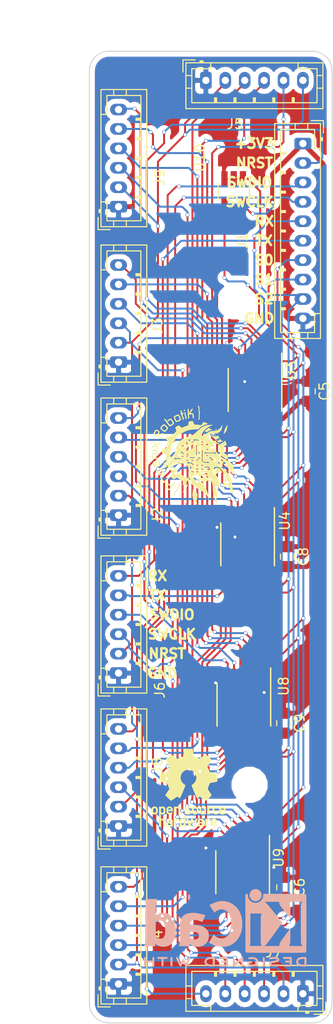
<source format=kicad_pcb>
(kicad_pcb (version 20171130) (host pcbnew 5.0.1)
  (title_block (date "15 nov 2012"))
  (layers (0 F.Cu signal) (31 B.Cu signal) (34 B.Paste user) (35 F.Paste user) (36 B.SilkS user) (37 F.SilkS user) (38 B.Mask user) (39 F.Mask user) (44 Edge.Cuts user))
  (net 0 "")
  (net 1 +3V3)
  (net 2 GND)
  (net 3 /SWD/~s2)
  (net 4 "Net-(J8-Pad3)")
  (net 5 "Net-(J7-Pad3)")
  (net 6 "Net-(J6-Pad3)")
  (net 7 "Net-(J5-Pad3)")
  (net 8 "Net-(J9-Pad3)")
  (net 9 "Net-(J8-Pad5)")
  (net 10 "Net-(J7-Pad5)")
  (net 11 "Net-(J6-Pad5)")
  (net 12 "Net-(J5-Pad5)")
  (net 13 "Net-(J9-Pad5)")
  (net 14 "Net-(J9-Pad6)")
  (net 15 "Net-(J5-Pad6)")
  (net 16 "Net-(J6-Pad6)")
  (net 17 "Net-(J7-Pad6)")
  (net 18 "Net-(J8-Pad6)")
  (net 19 /SWD/nrst)
  (net 20 /SWD/s2)
  (net 21 /SWD/s0)
  (net 22 /SWD/s1)
  (net 23 /SWD/SWCLK)
  (net 24 /SWD/SWDIO)
  (net 25 /SWD/TX)
  (net 26 /SWD/RX)
  (net 27 "Net-(J2-Pad3)")
  (net 28 "Net-(J2-Pad4)")
  (net 29 "Net-(J2-Pad5)")
  (net 30 "Net-(J2-Pad6)")
  (net 31 "Net-(J5-Pad4)")
  (net 32 "Net-(J4-Pad3)")
  (net 33 "Net-(J3-Pad3)")
  (net 34 "Net-(J9-Pad4)")
  (net 35 "Net-(J3-Pad4)")
  (net 36 "Net-(J6-Pad4)")
  (net 37 "Net-(J8-Pad4)")
  (net 38 "Net-(J4-Pad4)")
  (net 39 "Net-(J7-Pad4)")
  (net 40 "Net-(J3-Pad5)")
  (net 41 "Net-(J4-Pad5)")
  (net 42 "Net-(J4-Pad6)")
  (net 43 "Net-(J3-Pad6)")
  (module Symbol:KiCad-Logo2_8mm_SilkScreen (layer B.Cu) (at 114 190.2 180)
    (fp_text reference LOGO3 hide)
    (fp_text value Logo_Open_Hardware_Small hide)
  )
  (module Symbol:OSHW-Logo_7.5x8mm_SilkScreen (layer F.Cu) (at 110.2 175.8)
    (fp_text reference LOGO2 hide)
    (fp_text value Logo_Open_Hardware_Small hide)
  )
  (module PhenixRobotik:Logo_12,7mm (layer F.Cu) (at 110.6 142.8)
    (fp_text reference LOGO1 hide)
    (fp_text value Logo_Open_Hardware_Small hide)
  )
  (module Connector_JST:JST_PH_B6B-PH-K_1x06_P2.00mm_Vertical (layer F.Cu) (at 112 103)
    (fp_text reference J5 (at 3 4.5) (layer F.SilkS))
    (fp_text value Conn_Debug)
    (pad 1 thru_hole roundrect (at 0 0) (size 1.2 1.75) (drill 0.75) (layers *.Cu *.Mask) (roundrect_rratio 0.208333) (net 2 GND))
    (pad 2 thru_hole oval (at 2 0) (size 1.2 1.75) (drill 0.75) (layers *.Cu *.Mask) (net 19 /SWD/nrst))
    (pad 3 thru_hole oval (at 4 0) (size 1.2 1.75) (drill 0.75) (layers *.Cu *.Mask) (net 7 "Net-(J5-Pad3)"))
    (pad 4 thru_hole oval (at 6 0) (size 1.2 1.75) (drill 0.75) (layers *.Cu *.Mask) (net 31 "Net-(J5-Pad4)"))
    (pad 5 thru_hole oval (at 8 0) (size 1.2 1.75) (drill 0.75) (layers *.Cu *.Mask) (net 12 "Net-(J5-Pad5)"))
    (pad 6 thru_hole oval (at 10 0) (size 1.2 1.75) (drill 0.75) (layers *.Cu *.Mask) (net 15 "Net-(J5-Pad6)"))
  )
  (module Connector_JST:JST_PH_B6B-PH-K_1x06_P2.00mm_Vertical (layer F.Cu) (at 103 196 90)
    (fp_text reference J4 (at 4.75 4 90) (layer F.SilkS))
    (fp_text value Conn_Debug)
    (pad 6 thru_hole oval (at 10 0 90) (size 1.2 1.75) (drill 0.75) (layers *.Cu *.Mask) (net 42 "Net-(J4-Pad6)"))
    (pad 5 thru_hole oval (at 8 0 90) (size 1.2 1.75) (drill 0.75) (layers *.Cu *.Mask) (net 41 "Net-(J4-Pad5)"))
    (pad 4 thru_hole oval (at 6 0 90) (size 1.2 1.75) (drill 0.75) (layers *.Cu *.Mask) (net 38 "Net-(J4-Pad4)"))
    (pad 3 thru_hole oval (at 4 0 90) (size 1.2 1.75) (drill 0.75) (layers *.Cu *.Mask) (net 32 "Net-(J4-Pad3)"))
    (pad 2 thru_hole oval (at 2 0 90) (size 1.2 1.75) (drill 0.75) (layers *.Cu *.Mask) (net 19 /SWD/nrst))
    (pad 1 thru_hole roundrect (at 0 0 90) (size 1.2 1.75) (drill 0.75) (layers *.Cu *.Mask) (roundrect_rratio 0.208333) (net 2 GND))
  )
  (module Connector_JST:JST_PH_B6B-PH-K_1x06_P2.00mm_Vertical (layer F.Cu) (at 103 132 90)
    (fp_text reference J3 (at 3.75 4 90) (layer F.SilkS))
    (fp_text value Conn_Debug)
    (pad 1 thru_hole roundrect (at 0 0 90) (size 1.2 1.75) (drill 0.75) (layers *.Cu *.Mask) (roundrect_rratio 0.208333) (net 2 GND))
    (pad 2 thru_hole oval (at 2 0 90) (size 1.2 1.75) (drill 0.75) (layers *.Cu *.Mask) (net 19 /SWD/nrst))
    (pad 3 thru_hole oval (at 4 0 90) (size 1.2 1.75) (drill 0.75) (layers *.Cu *.Mask) (net 33 "Net-(J3-Pad3)"))
    (pad 4 thru_hole oval (at 6 0 90) (size 1.2 1.75) (drill 0.75) (layers *.Cu *.Mask) (net 35 "Net-(J3-Pad4)"))
    (pad 5 thru_hole oval (at 8 0 90) (size 1.2 1.75) (drill 0.75) (layers *.Cu *.Mask) (net 40 "Net-(J3-Pad5)"))
    (pad 6 thru_hole oval (at 10 0 90) (size 1.2 1.75) (drill 0.75) (layers *.Cu *.Mask) (net 43 "Net-(J3-Pad6)"))
  )
  (module Package_SO:TSSOP-16_4.4x5mm_P0.65mm (layer F.Cu) (at 116.261 150.75 270)
    (fp_text reference U4 (at -2.418 -3.88 270) (layer F.SilkS))
    (fp_text value SN74CB3Q3257)
    (pad 1 smd rect (at -2.95 -2.275 270) (size 1.5 0.45) (layers F.Cu F.Paste F.Mask) (net 3 /SWD/~s2))
    (pad 2 smd rect (at -2.95 -1.625 270) (size 1.5 0.45) (layers F.Cu F.Paste F.Mask) (net 22 /SWD/s1))
    (pad 3 smd rect (at -2.95 -0.975 270) (size 1.5 0.45) (layers F.Cu F.Paste F.Mask) (net 12 "Net-(J5-Pad5)"))
    (pad 4 smd rect (at -2.95 -0.325 270) (size 1.5 0.45) (layers F.Cu F.Paste F.Mask) (net 13 "Net-(J9-Pad5)"))
    (pad 5 smd rect (at -2.95 0.325 270) (size 1.5 0.45) (layers F.Cu F.Paste F.Mask) (net 40 "Net-(J3-Pad5)"))
    (pad 6 smd rect (at -2.95 0.975 270) (size 1.5 0.45) (layers F.Cu F.Paste F.Mask) (net 29 "Net-(J2-Pad5)"))
    (pad 7 smd rect (at -2.95 1.625 270) (size 1.5 0.45) (layers F.Cu F.Paste F.Mask) (net 25 /SWD/TX))
    (pad 8 smd rect (at -2.95 2.275 270) (size 1.5 0.45) (layers F.Cu F.Paste F.Mask) (net 2 GND))
    (pad 9 smd rect (at 2.95 2.275 270) (size 1.5 0.45) (layers F.Cu F.Paste F.Mask) (net 25 /SWD/TX))
    (pad 10 smd rect (at 2.95 1.625 270) (size 1.5 0.45) (layers F.Cu F.Paste F.Mask) (net 11 "Net-(J6-Pad5)"))
    (pad 11 smd rect (at 2.95 0.975 270) (size 1.5 0.45) (layers F.Cu F.Paste F.Mask) (net 9 "Net-(J8-Pad5)"))
    (pad 12 smd rect (at 2.95 0.325 270) (size 1.5 0.45) (layers F.Cu F.Paste F.Mask) (net 41 "Net-(J4-Pad5)"))
    (pad 13 smd rect (at 2.95 -0.325 270) (size 1.5 0.45) (layers F.Cu F.Paste F.Mask) (net 10 "Net-(J7-Pad5)"))
    (pad 14 smd rect (at 2.95 -0.975 270) (size 1.5 0.45) (layers F.Cu F.Paste F.Mask) (net 21 /SWD/s0))
    (pad 15 smd rect (at 2.95 -1.625 270) (size 1.5 0.45) (layers F.Cu F.Paste F.Mask) (net 20 /SWD/s2))
    (pad 16 smd rect (at 2.95 -2.275 270) (size 1.5 0.45) (layers F.Cu F.Paste F.Mask) (net 1 +3V3))
  )
  (module Package_SO:TSSOP-16_4.4x5mm_P0.65mm (layer F.Cu) (at 117.023 134.857 270)
    (fp_text reference U3 (at -2.019 -3.753 270) (layer F.SilkS))
    (fp_text value SN74CB3Q3257)
    (pad 16 smd rect (at 2.95 -2.275 270) (size 1.5 0.45) (layers F.Cu F.Paste F.Mask) (net 1 +3V3))
    (pad 15 smd rect (at 2.95 -1.625 270) (size 1.5 0.45) (layers F.Cu F.Paste F.Mask) (net 20 /SWD/s2))
    (pad 14 smd rect (at 2.95 -0.975 270) (size 1.5 0.45) (layers F.Cu F.Paste F.Mask) (net 21 /SWD/s0))
    (pad 13 smd rect (at 2.95 -0.325 270) (size 1.5 0.45) (layers F.Cu F.Paste F.Mask) (net 17 "Net-(J7-Pad6)"))
    (pad 12 smd rect (at 2.95 0.325 270) (size 1.5 0.45) (layers F.Cu F.Paste F.Mask) (net 42 "Net-(J4-Pad6)"))
    (pad 11 smd rect (at 2.95 0.975 270) (size 1.5 0.45) (layers F.Cu F.Paste F.Mask) (net 18 "Net-(J8-Pad6)"))
    (pad 10 smd rect (at 2.95 1.625 270) (size 1.5 0.45) (layers F.Cu F.Paste F.Mask) (net 16 "Net-(J6-Pad6)"))
    (pad 9 smd rect (at 2.95 2.275 270) (size 1.5 0.45) (layers F.Cu F.Paste F.Mask) (net 26 /SWD/RX))
    (pad 8 smd rect (at -2.95 2.275 270) (size 1.5 0.45) (layers F.Cu F.Paste F.Mask) (net 2 GND))
    (pad 7 smd rect (at -2.95 1.625 270) (size 1.5 0.45) (layers F.Cu F.Paste F.Mask) (net 26 /SWD/RX))
    (pad 6 smd rect (at -2.95 0.975 270) (size 1.5 0.45) (layers F.Cu F.Paste F.Mask) (net 30 "Net-(J2-Pad6)"))
    (pad 5 smd rect (at -2.95 0.325 270) (size 1.5 0.45) (layers F.Cu F.Paste F.Mask) (net 43 "Net-(J3-Pad6)"))
    (pad 4 smd rect (at -2.95 -0.325 270) (size 1.5 0.45) (layers F.Cu F.Paste F.Mask) (net 14 "Net-(J9-Pad6)"))
    (pad 3 smd rect (at -2.95 -0.975 270) (size 1.5 0.45) (layers F.Cu F.Paste F.Mask) (net 15 "Net-(J5-Pad6)"))
    (pad 2 smd rect (at -2.95 -1.625 270) (size 1.5 0.45) (layers F.Cu F.Paste F.Mask) (net 22 /SWD/s1))
    (pad 1 smd rect (at -2.95 -2.275 270) (size 1.5 0.45) (layers F.Cu F.Paste F.Mask) (net 3 /SWD/~s2))
  )
  (module Connector_JST:JST_PH_B6B-PH-K_1x06_P2.00mm_Vertical (layer F.Cu) (at 103 164 90)
    (fp_text reference J6 (at -1.75 4.25 90) (layer F.SilkS))
    (fp_text value Conn_Debug)
    (pad 1 thru_hole roundrect (at 0 0 90) (size 1.2 1.75) (drill 0.75) (layers *.Cu *.Mask) (roundrect_rratio 0.208333) (net 2 GND))
    (pad 2 thru_hole oval (at 2 0 90) (size 1.2 1.75) (drill 0.75) (layers *.Cu *.Mask) (net 19 /SWD/nrst))
    (pad 3 thru_hole oval (at 4 0 90) (size 1.2 1.75) (drill 0.75) (layers *.Cu *.Mask) (net 6 "Net-(J6-Pad3)"))
    (pad 4 thru_hole oval (at 6 0 90) (size 1.2 1.75) (drill 0.75) (layers *.Cu *.Mask) (net 36 "Net-(J6-Pad4)"))
    (pad 5 thru_hole oval (at 8 0 90) (size 1.2 1.75) (drill 0.75) (layers *.Cu *.Mask) (net 11 "Net-(J6-Pad5)"))
    (pad 6 thru_hole oval (at 10 0 90) (size 1.2 1.75) (drill 0.75) (layers *.Cu *.Mask) (net 16 "Net-(J6-Pad6)"))
  )
  (module Connector_JST:JST_PH_B6B-PH-K_1x06_P2.00mm_Vertical (layer F.Cu) (at 103 179.75 90)
    (fp_text reference J8 (at 6.25 4 90) (layer F.SilkS))
    (fp_text value Conn_Debug)
    (pad 6 thru_hole oval (at 10 0 90) (size 1.2 1.75) (drill 0.75) (layers *.Cu *.Mask) (net 18 "Net-(J8-Pad6)"))
    (pad 5 thru_hole oval (at 8 0 90) (size 1.2 1.75) (drill 0.75) (layers *.Cu *.Mask) (net 9 "Net-(J8-Pad5)"))
    (pad 4 thru_hole oval (at 6 0 90) (size 1.2 1.75) (drill 0.75) (layers *.Cu *.Mask) (net 37 "Net-(J8-Pad4)"))
    (pad 3 thru_hole oval (at 4 0 90) (size 1.2 1.75) (drill 0.75) (layers *.Cu *.Mask) (net 4 "Net-(J8-Pad3)"))
    (pad 2 thru_hole oval (at 2 0 90) (size 1.2 1.75) (drill 0.75) (layers *.Cu *.Mask) (net 19 /SWD/nrst))
    (pad 1 thru_hole roundrect (at 0 0 90) (size 1.2 1.75) (drill 0.75) (layers *.Cu *.Mask) (roundrect_rratio 0.208333) (net 2 GND))
  )
  (module Connector_JST:JST_PH_B10B-PH-K_1x10_P2.00mm_Vertical (layer F.Cu) (at 122 109.5 270)
    (fp_text reference J1 (at 10 6.25 270) (layer F.SilkS))
    (fp_text value Conn_01x10)
    (pad 1 thru_hole roundrect (at 0 0 270) (size 1.2 1.75) (drill 0.75) (layers *.Cu *.Mask) (roundrect_rratio 0.208333) (net 1 +3V3))
    (pad 2 thru_hole oval (at 2 0 270) (size 1.2 1.75) (drill 0.75) (layers *.Cu *.Mask) (net 19 /SWD/nrst))
    (pad 3 thru_hole oval (at 4 0 270) (size 1.2 1.75) (drill 0.75) (layers *.Cu *.Mask) (net 24 /SWD/SWDIO))
    (pad 4 thru_hole oval (at 6 0 270) (size 1.2 1.75) (drill 0.75) (layers *.Cu *.Mask) (net 23 /SWD/SWCLK))
    (pad 5 thru_hole oval (at 8 0 270) (size 1.2 1.75) (drill 0.75) (layers *.Cu *.Mask) (net 26 /SWD/RX))
    (pad 6 thru_hole oval (at 10 0 270) (size 1.2 1.75) (drill 0.75) (layers *.Cu *.Mask) (net 25 /SWD/TX))
    (pad 7 thru_hole oval (at 12 0 270) (size 1.2 1.75) (drill 0.75) (layers *.Cu *.Mask) (net 21 /SWD/s0))
    (pad 8 thru_hole oval (at 14 0 270) (size 1.2 1.75) (drill 0.75) (layers *.Cu *.Mask) (net 22 /SWD/s1))
    (pad 9 thru_hole oval (at 16 0 270) (size 1.2 1.75) (drill 0.75) (layers *.Cu *.Mask) (net 20 /SWD/s2))
    (pad 10 thru_hole oval (at 18 0 270) (size 1.2 1.75) (drill 0.75) (layers *.Cu *.Mask) (net 2 GND))
  )
  (module Package_TO_SOT_SMD:SOT-23-5_HandSoldering (layer F.Cu) (at 114.868 114.47 270)
    (fp_text reference U10 (at -3.5 3.5 270) (layer F.SilkS))
    (fp_text value SN74LVC1G00)
    (pad 1 smd rect (at -1.35 -0.95 270) (size 1.56 0.65) (layers F.Cu F.Paste F.Mask) (net 20 /SWD/s2))
    (pad 2 smd rect (at -1.35 0 270) (size 1.56 0.65) (layers F.Cu F.Paste F.Mask) (net 20 /SWD/s2))
    (pad 3 smd rect (at -1.35 0.95 270) (size 1.56 0.65) (layers F.Cu F.Paste F.Mask) (net 2 GND))
    (pad 4 smd rect (at 1.35 0.95 270) (size 1.56 0.65) (layers F.Cu F.Paste F.Mask) (net 3 /SWD/~s2))
    (pad 5 smd rect (at 1.35 -0.95 270) (size 1.56 0.65) (layers F.Cu F.Paste F.Mask) (net 1 +3V3))
  )
  (module Package_SO:TSSOP-16_4.4x5mm_P0.65mm (layer F.Cu) (at 115.749 184.5 270)
    (fp_text reference U9 (at -1.497 -3.757 270) (layer F.SilkS))
    (fp_text value SN74CB3Q3257)
    (pad 16 smd rect (at 2.95 -2.275 270) (size 1.5 0.45) (layers F.Cu F.Paste F.Mask) (net 1 +3V3))
    (pad 15 smd rect (at 2.95 -1.625 270) (size 1.5 0.45) (layers F.Cu F.Paste F.Mask) (net 20 /SWD/s2))
    (pad 14 smd rect (at 2.95 -0.975 270) (size 1.5 0.45) (layers F.Cu F.Paste F.Mask) (net 21 /SWD/s0))
    (pad 13 smd rect (at 2.95 -0.325 270) (size 1.5 0.45) (layers F.Cu F.Paste F.Mask) (net 5 "Net-(J7-Pad3)"))
    (pad 12 smd rect (at 2.95 0.325 270) (size 1.5 0.45) (layers F.Cu F.Paste F.Mask) (net 32 "Net-(J4-Pad3)"))
    (pad 11 smd rect (at 2.95 0.975 270) (size 1.5 0.45) (layers F.Cu F.Paste F.Mask) (net 4 "Net-(J8-Pad3)"))
    (pad 10 smd rect (at 2.95 1.625 270) (size 1.5 0.45) (layers F.Cu F.Paste F.Mask) (net 6 "Net-(J6-Pad3)"))
    (pad 9 smd rect (at 2.95 2.275 270) (size 1.5 0.45) (layers F.Cu F.Paste F.Mask) (net 23 /SWD/SWCLK))
    (pad 8 smd rect (at -2.95 2.275 270) (size 1.5 0.45) (layers F.Cu F.Paste F.Mask) (net 2 GND))
    (pad 7 smd rect (at -2.95 1.625 270) (size 1.5 0.45) (layers F.Cu F.Paste F.Mask) (net 23 /SWD/SWCLK))
    (pad 6 smd rect (at -2.95 0.975 270) (size 1.5 0.45) (layers F.Cu F.Paste F.Mask) (net 27 "Net-(J2-Pad3)"))
    (pad 5 smd rect (at -2.95 0.325 270) (size 1.5 0.45) (layers F.Cu F.Paste F.Mask) (net 33 "Net-(J3-Pad3)"))
    (pad 4 smd rect (at -2.95 -0.325 270) (size 1.5 0.45) (layers F.Cu F.Paste F.Mask) (net 8 "Net-(J9-Pad3)"))
    (pad 3 smd rect (at -2.95 -0.975 270) (size 1.5 0.45) (layers F.Cu F.Paste F.Mask) (net 7 "Net-(J5-Pad3)"))
    (pad 2 smd rect (at -2.95 -1.625 270) (size 1.5 0.45) (layers F.Cu F.Paste F.Mask) (net 22 /SWD/s1))
    (pad 1 smd rect (at -2.95 -2.275 270) (size 1.5 0.45) (layers F.Cu F.Paste F.Mask) (net 3 /SWD/~s2))
  )
  (module Connector_JST:JST_PH_B6B-PH-K_1x06_P2.00mm_Vertical (layer F.Cu) (at 122 197 180)
    (fp_text reference J7 (at 3 4.25 180) (layer F.SilkS))
    (fp_text value Conn_Debug)
    (pad 1 thru_hole roundrect (at 0 0 180) (size 1.2 1.75) (drill 0.75) (layers *.Cu *.Mask) (roundrect_rratio 0.208333) (net 2 GND))
    (pad 2 thru_hole oval (at 2 0 180) (size 1.2 1.75) (drill 0.75) (layers *.Cu *.Mask) (net 19 /SWD/nrst))
    (pad 3 thru_hole oval (at 4 0 180) (size 1.2 1.75) (drill 0.75) (layers *.Cu *.Mask) (net 5 "Net-(J7-Pad3)"))
    (pad 4 thru_hole oval (at 6 0 180) (size 1.2 1.75) (drill 0.75) (layers *.Cu *.Mask) (net 39 "Net-(J7-Pad4)"))
    (pad 5 thru_hole oval (at 8 0 180) (size 1.2 1.75) (drill 0.75) (layers *.Cu *.Mask) (net 10 "Net-(J7-Pad5)"))
    (pad 6 thru_hole oval (at 10 0 180) (size 1.2 1.75) (drill 0.75) (layers *.Cu *.Mask) (net 17 "Net-(J7-Pad6)"))
  )
  (module Connector_JST:JST_PH_B6B-PH-K_1x06_P2.00mm_Vertical (layer F.Cu) (at 103 116 90)
    (fp_text reference J9 (at 3 4.25 90) (layer F.SilkS))
    (fp_text value Conn_Debug)
    (pad 6 thru_hole oval (at 10 0 90) (size 1.2 1.75) (drill 0.75) (layers *.Cu *.Mask) (net 14 "Net-(J9-Pad6)"))
    (pad 5 thru_hole oval (at 8 0 90) (size 1.2 1.75) (drill 0.75) (layers *.Cu *.Mask) (net 13 "Net-(J9-Pad5)"))
    (pad 4 thru_hole oval (at 6 0 90) (size 1.2 1.75) (drill 0.75) (layers *.Cu *.Mask) (net 34 "Net-(J9-Pad4)"))
    (pad 3 thru_hole oval (at 4 0 90) (size 1.2 1.75) (drill 0.75) (layers *.Cu *.Mask) (net 8 "Net-(J9-Pad3)"))
    (pad 2 thru_hole oval (at 2 0 90) (size 1.2 1.75) (drill 0.75) (layers *.Cu *.Mask) (net 19 /SWD/nrst))
    (pad 1 thru_hole roundrect (at 0 0 90) (size 1.2 1.75) (drill 0.75) (layers *.Cu *.Mask) (roundrect_rratio 0.208333) (net 2 GND))
  )
  (module Capacitor_SMD:C_0805_2012Metric_Pad1.15x1.40mm_HandSolder (layer F.Cu) (at 120.014 169.16 270)
    (fp_text reference C9 (at 0 -1.65 270) (layer F.SilkS))
    (fp_text value C)
    (pad 1 smd roundrect (at -1.025 0 270) (size 1.15 1.4) (layers F.Cu F.Paste F.Mask) (roundrect_rratio 0.217391) (net 2 GND))
    (pad 2 smd roundrect (at 1.025 0 270) (size 1.15 1.4) (layers F.Cu F.Paste F.Mask) (roundrect_rratio 0.217391) (net 1 +3V3))
  )
  (module Package_SO:TSSOP-16_4.4x5mm_P0.65mm (layer F.Cu) (at 115.876 167.25 270)
    (fp_text reference U8 (at -1.9 -4.138 270) (layer F.SilkS))
    (fp_text value SN74CB3Q3257)
    (pad 1 smd rect (at -2.95 -2.275 270) (size 1.5 0.45) (layers F.Cu F.Paste F.Mask) (net 3 /SWD/~s2))
    (pad 2 smd rect (at -2.95 -1.625 270) (size 1.5 0.45) (layers F.Cu F.Paste F.Mask) (net 22 /SWD/s1))
    (pad 3 smd rect (at -2.95 -0.975 270) (size 1.5 0.45) (layers F.Cu F.Paste F.Mask) (net 31 "Net-(J5-Pad4)"))
    (pad 4 smd rect (at -2.95 -0.325 270) (size 1.5 0.45) (layers F.Cu F.Paste F.Mask) (net 34 "Net-(J9-Pad4)"))
    (pad 5 smd rect (at -2.95 0.325 270) (size 1.5 0.45) (layers F.Cu F.Paste F.Mask) (net 35 "Net-(J3-Pad4)"))
    (pad 6 smd rect (at -2.95 0.975 270) (size 1.5 0.45) (layers F.Cu F.Paste F.Mask) (net 28 "Net-(J2-Pad4)"))
    (pad 7 smd rect (at -2.95 1.625 270) (size 1.5 0.45) (layers F.Cu F.Paste F.Mask) (net 24 /SWD/SWDIO))
    (pad 8 smd rect (at -2.95 2.275 270) (size 1.5 0.45) (layers F.Cu F.Paste F.Mask) (net 2 GND))
    (pad 9 smd rect (at 2.95 2.275 270) (size 1.5 0.45) (layers F.Cu F.Paste F.Mask) (net 24 /SWD/SWDIO))
    (pad 10 smd rect (at 2.95 1.625 270) (size 1.5 0.45) (layers F.Cu F.Paste F.Mask) (net 36 "Net-(J6-Pad4)"))
    (pad 11 smd rect (at 2.95 0.975 270) (size 1.5 0.45) (layers F.Cu F.Paste F.Mask) (net 37 "Net-(J8-Pad4)"))
    (pad 12 smd rect (at 2.95 0.325 270) (size 1.5 0.45) (layers F.Cu F.Paste F.Mask) (net 38 "Net-(J4-Pad4)"))
    (pad 13 smd rect (at 2.95 -0.325 270) (size 1.5 0.45) (layers F.Cu F.Paste F.Mask) (net 39 "Net-(J7-Pad4)"))
    (pad 14 smd rect (at 2.95 -0.975 270) (size 1.5 0.45) (layers F.Cu F.Paste F.Mask) (net 21 /SWD/s0))
    (pad 15 smd rect (at 2.95 -1.625 270) (size 1.5 0.45) (layers F.Cu F.Paste F.Mask) (net 20 /SWD/s2))
    (pad 16 smd rect (at 2.95 -2.275 270) (size 1.5 0.45) (layers F.Cu F.Paste F.Mask) (net 1 +3V3))
  )
  (module Capacitor_SMD:C_0805_2012Metric_Pad1.15x1.40mm_HandSolder (layer F.Cu) (at 122.554 134.997 270)
    (fp_text reference C5 (at 0 -1.65 270) (layer F.SilkS))
    (fp_text value C)
    (pad 1 smd roundrect (at -1.025 0 270) (size 1.15 1.4) (layers F.Cu F.Paste F.Mask) (roundrect_rratio 0.217391) (net 2 GND))
    (pad 2 smd roundrect (at 1.025 0 270) (size 1.15 1.4) (layers F.Cu F.Paste F.Mask) (roundrect_rratio 0.217391) (net 1 +3V3))
  )
  (module Capacitor_SMD:C_0805_2012Metric_Pad1.15x1.40mm_HandSolder (layer F.Cu) (at 120.014 186.051 270)
    (fp_text reference C6 (at 0 -1.65 270) (layer F.SilkS))
    (fp_text value C)
    (pad 2 smd roundrect (at 1.025 0 270) (size 1.15 1.4) (layers F.Cu F.Paste F.Mask) (roundrect_rratio 0.217391) (net 1 +3V3))
    (pad 1 smd roundrect (at -1.025 0 270) (size 1.15 1.4) (layers F.Cu F.Paste F.Mask) (roundrect_rratio 0.217391) (net 2 GND))
  )
  (module Capacitor_SMD:C_0805_2012Metric_Pad1.15x1.40mm_HandSolder (layer F.Cu) (at 120.395 152.015 270)
    (fp_text reference C8 (at 0 -1.65 270) (layer F.SilkS))
    (fp_text value C)
    (pad 2 smd roundrect (at 1.025 0 270) (size 1.15 1.4) (layers F.Cu F.Paste F.Mask) (roundrect_rratio 0.217391) (net 1 +3V3))
    (pad 1 smd roundrect (at -1.025 0 270) (size 1.15 1.4) (layers F.Cu F.Paste F.Mask) (roundrect_rratio 0.217391) (net 2 GND))
  )
  (module MountingHole:MountingHole_2.7mm_M2.5 (layer F.Cu) (at 116.5 175.5)
    (fp_text reference H1 hide)
    (fp_text value MountingHole)
    (pad 1 np_thru_hole circle (at 0 0) (size 2.7 2.7) (drill 2.7) (layers *.Cu *.Mask))
  )
  (module MountingHole:MountingHole_2.7mm_M2.5 (layer F.Cu) (at 115 125.75)
    (fp_text reference H2 hide)
    (fp_text value MountingHole)
    (pad 1 np_thru_hole circle (at 0 0) (size 2.7 2.7) (drill 2.7) (layers *.Cu *.Mask))
  )
  (module Connector_JST:JST_PH_B6B-PH-K_1x06_P2.00mm_Vertical (layer F.Cu) (at 103 147.75 90)
    (fp_text reference J2 (at -0.05 4 90) (layer F.SilkS))
    (fp_text value Conn_Debug)
    (pad 1 thru_hole roundrect (at 0 0 90) (size 1.2 1.75) (drill 0.75) (layers *.Cu *.Mask) (roundrect_rratio 0.208333) (net 2 GND))
    (pad 2 thru_hole oval (at 2 0 90) (size 1.2 1.75) (drill 0.75) (layers *.Cu *.Mask) (net 19 /SWD/nrst))
    (pad 3 thru_hole oval (at 4 0 90) (size 1.2 1.75) (drill 0.75) (layers *.Cu *.Mask) (net 27 "Net-(J2-Pad3)"))
    (pad 4 thru_hole oval (at 6 0 90) (size 1.2 1.75) (drill 0.75) (layers *.Cu *.Mask) (net 28 "Net-(J2-Pad4)"))
    (pad 5 thru_hole oval (at 8 0 90) (size 1.2 1.75) (drill 0.75) (layers *.Cu *.Mask) (net 29 "Net-(J2-Pad5)"))
    (pad 6 thru_hole oval (at 10 0 90) (size 1.2 1.75) (drill 0.75) (layers *.Cu *.Mask) (net 30 "Net-(J2-Pad6)"))
  )
  (gr_arc (start 102 198) (end 100 198) (angle -90) (layer Edge.Cuts) (width 0.1))
  (gr_arc (start 123 198) (end 123 200) (angle -90) (layer Edge.Cuts) (width 0.1))
  (gr_arc (start 123 102) (end 125 102) (angle -90) (layer Edge.Cuts) (width 0.1))
  (gr_arc (start 102 102) (end 102 100) (angle -90) (layer Edge.Cuts) (width 0.1))
  (gr_text GND (at 107.5 164) (layer F.SilkS) (effects (font (size 1 1) (thickness 0.25))))
  (gr_text SWDIO (at 108.5 158) (layer F.SilkS) (effects (font (size 1 1) (thickness 0.25))))
  (gr_text SWCLK (at 108.5 160) (layer F.SilkS) (effects (font (size 1 1) (thickness 0.25))))
  (gr_text NRST (at 108 162) (layer F.SilkS) (effects (font (size 1 1) (thickness 0.25))))
  (gr_text TX (at 107 156) (layer F.SilkS) (effects (font (size 1 1) (thickness 0.25))))
  (gr_text RX (at 107 154) (layer F.SilkS) (effects (font (size 1 1) (thickness 0.25))))
  (gr_text GND (at 117.5 127.5) (layer F.SilkS) (effects (font (size 1 1) (thickness 0.25))))
  (gr_text S2 (at 118 125.5) (layer F.SilkS) (effects (font (size 1 1) (thickness 0.25))))
  (gr_text S1 (at 118 123.5) (layer F.SilkS) (effects (font (size 1 1) (thickness 0.25))))
  (gr_text S0 (at 118 121.5) (layer F.SilkS) (effects (font (size 1 1) (thickness 0.25))))
  (gr_text TX (at 118 119.5) (layer F.SilkS) (effects (font (size 1 1) (thickness 0.25))))
  (gr_text RX (at 118 117.5) (layer F.SilkS) (effects (font (size 1 1) (thickness 0.25))))
  (gr_text SWCLK (at 116.5 115.5) (layer F.SilkS) (effects (font (size 1 1) (thickness 0.25))))
  (gr_text SWDIO (at 116.5 113.5) (layer F.SilkS) (effects (font (size 1 1) (thickness 0.25))))
  (gr_text NRST (at 117 111.5) (layer F.SilkS) (effects (font (size 1 1) (thickness 0.25))))
  (gr_text +3V3 (at 117 109.5) (layer F.SilkS) (effects (font (size 1 1) (thickness 0.25))))
  (gr_line (start 100 198) (end 100 102) (layer Edge.Cuts) (width 0.1))
  (gr_line (start 123 200) (end 102 200) (layer Edge.Cuts) (width 0.1))
  (gr_line (start 125 102) (end 125 198) (layer Edge.Cuts) (width 0.1))
  (gr_line (start 102 100) (end 123 100) (layer Edge.Cuts) (width 0.1))
  (segment (start 118.423001 187.076) (end 118.049001 187.45) (width 0.5) (layer F.Cu) (net 1))
  (segment (start 120.014 187.076) (end 118.423001 187.076) (width 0.5) (layer F.Cu) (net 1))
  (segment (start 120.014 187.076) (end 121.91 187.076) (width 0.5) (layer F.Cu) (net 1))
  (segment (start 121.91 187.076) (end 123.70401 185.28199) (width 0.5) (layer F.Cu) (net 1))
  (segment (start 123.70401 137.65699) (end 124.078 137.283) (width 0.5) (layer F.Cu) (net 1))
  (segment (start 123.51399 137.65699) (end 123.70401 137.65699) (width 0.5) (layer F.Cu) (net 1))
  (segment (start 122.554 136.697) (end 123.51399 137.65699) (width 0.5) (layer F.Cu) (net 1))
  (segment (start 122.554 136.022) (end 122.554 136.697) (width 0.5) (layer F.Cu) (net 1))
  (segment (start 118.935 153.7) (end 118.561001 153.7) (width 0.5) (layer F.Cu) (net 1))
  (segment (start 119.595 153.04) (end 118.935 153.7) (width 0.5) (layer F.Cu) (net 1))
  (segment (start 120.395 153.04) (end 119.595 153.04) (width 0.5) (layer F.Cu) (net 1))
  (segment (start 122.42501 153.04) (end 123.70401 151.761) (width 0.5) (layer F.Cu) (net 1))
  (segment (start 120.395 153.04) (end 122.42501 153.04) (width 0.5) (layer F.Cu) (net 1))
  (segment (start 123.70401 151.761) (end 123.70401 137.65699) (width 0.5) (layer F.Cu) (net 1))
  (segment (start 123.70401 167.29499) (end 123.70401 167.128) (width 0.5) (layer F.Cu) (net 1))
  (segment (start 120.814 170.185) (end 123.70401 167.29499) (width 0.5) (layer F.Cu) (net 1))
  (segment (start 120.014 170.185) (end 120.814 170.185) (width 0.5) (layer F.Cu) (net 1))
  (segment (start 123.70401 185.28199) (end 123.70401 167.128) (width 0.5) (layer F.Cu) (net 1))
  (segment (start 123.70401 167.128) (end 123.70401 151.761) (width 0.5) (layer F.Cu) (net 1))
  (segment (start 118.191001 170.185) (end 118.176001 170.2) (width 0.5) (layer F.Cu) (net 1))
  (segment (start 120.014 170.185) (end 118.191001 170.185) (width 0.5) (layer F.Cu) (net 1))
  (segment (start 121.754 136.022) (end 119.969 137.807) (width 0.5) (layer F.Cu) (net 1))
  (segment (start 119.969 137.807) (end 119.323001 137.807) (width 0.5) (layer F.Cu) (net 1))
  (segment (start 122.554 136.022) (end 121.754 136.022) (width 0.5) (layer F.Cu) (net 1))
  (segment (start 124.078 111.578) (end 122 109.5) (width 0.5) (layer F.Cu) (net 1))
  (segment (start 124.078 137.283) (end 124.078 111.578) (width 0.5) (layer F.Cu) (net 1))
  (segment (start 118.871 112.629) (end 118.871 115.558) (width 0.5) (layer F.Cu) (net 1))
  (segment (start 122 109.5) (end 118.871 112.629) (width 0.5) (layer F.Cu) (net 1))
  (via (at 118.871 115.558) (size 0.4) (drill 0.3) (layers F.Cu B.Cu) (net 1))
  (segment (start 118.871 115.558) (end 118.871 116.074) (width 0.2) (layer B.Cu) (net 1))
  (via (at 116.839 116.709) (size 0.4) (drill 0.3) (layers F.Cu B.Cu) (net 1))
  (segment (start 118.236 116.709) (end 116.839 116.709) (width 0.2) (layer B.Cu) (net 1))
  (segment (start 118.871 116.074) (end 118.236 116.709) (width 0.2) (layer B.Cu) (net 1))
  (segment (start 116.707 116.709) (end 115.818 115.82) (width 0.2) (layer F.Cu) (net 1))
  (segment (start 116.839 116.709) (end 116.707 116.709) (width 0.2) (layer F.Cu) (net 1))
  (via (at 112 182) (size 0.4) (drill 0.3) (layers F.Cu B.Cu) (net 2))
  (segment (start 112.45 181.55) (end 112 182) (width 0.2) (layer F.Cu) (net 2))
  (segment (start 113.474 181.55) (end 112.45 181.55) (width 0.2) (layer F.Cu) (net 2))
  (via (at 113 165) (size 0.4) (drill 0.3) (layers F.Cu B.Cu) (net 2))
  (segment (start 113.601 164.399) (end 113 165) (width 0.2) (layer F.Cu) (net 2))
  (segment (start 113.601 164.3) (end 113.601 164.399) (width 0.2) (layer F.Cu) (net 2))
  (via (at 113.148 149) (size 0.4) (drill 0.3) (layers F.Cu B.Cu) (net 2))
  (segment (start 113.986 148.162) (end 113.148 149) (width 0.2) (layer F.Cu) (net 2))
  (segment (start 113.986 147.8) (end 113.986 148.162) (width 0.2) (layer F.Cu) (net 2))
  (via (at 114.164 130.036) (size 0.4) (drill 0.3) (layers F.Cu B.Cu) (net 2))
  (segment (start 114.164 130.373) (end 114.164 130.036) (width 0.2) (layer F.Cu) (net 2))
  (segment (start 114.748 130.957) (end 114.164 130.373) (width 0.2) (layer F.Cu) (net 2))
  (segment (start 114.748 131.907) (end 114.748 130.957) (width 0.2) (layer F.Cu) (net 2))
  (segment (start 120.014 185.014) (end 119 184) (width 0.2) (layer F.Cu) (net 2))
  (via (at 119 184) (size 0.4) (drill 0.3) (layers F.Cu B.Cu) (net 2))
  (segment (start 120.014 185.026) (end 120.014 185.014) (width 0.2) (layer F.Cu) (net 2))
  (segment (start 119 184) (end 118 183) (width 0.2) (layer B.Cu) (net 2))
  (segment (start 118 183) (end 113 183) (width 0.2) (layer B.Cu) (net 2))
  (segment (start 112 182) (end 113 183) (width 0.2) (layer B.Cu) (net 2))
  (via (at 118 166) (size 0.4) (drill 0.3) (layers F.Cu B.Cu) (net 2))
  (segment (start 118 166.121) (end 118 166) (width 0.2) (layer F.Cu) (net 2))
  (segment (start 120.014 168.135) (end 118 166.121) (width 0.2) (layer F.Cu) (net 2))
  (segment (start 114 166) (end 113 165) (width 0.2) (layer B.Cu) (net 2))
  (segment (start 118 166) (end 114 166) (width 0.2) (layer B.Cu) (net 2))
  (via (at 115 150) (size 0.4) (drill 0.3) (layers F.Cu B.Cu) (net 2))
  (segment (start 115.99 150.99) (end 115 150) (width 0.2) (layer F.Cu) (net 2))
  (segment (start 120.395 150.99) (end 115.99 150.99) (width 0.2) (layer F.Cu) (net 2))
  (segment (start 115 150) (end 114 149) (width 0.2) (layer B.Cu) (net 2))
  (segment (start 114 149) (end 113 149) (width 0.2) (layer B.Cu) (net 2))
  (segment (start 120.560689 134.12701) (end 117.12701 134.12701) (width 0.2) (layer F.Cu) (net 2))
  (segment (start 120.715699 133.972) (end 120.560689 134.12701) (width 0.2) (layer F.Cu) (net 2))
  (segment (start 122.554 133.972) (end 120.715699 133.972) (width 0.2) (layer F.Cu) (net 2))
  (via (at 116 134) (size 0.4) (drill 0.3) (layers F.Cu B.Cu) (net 2))
  (segment (start 117 134) (end 116 134) (width 0.2) (layer F.Cu) (net 2))
  (segment (start 117.12701 134.12701) (end 117 134) (width 0.2) (layer F.Cu) (net 2))
  (segment (start 116 134) (end 115 134) (width 0.2) (layer B.Cu) (net 2))
  (segment (start 114.164 133.164) (end 114.164 130.036) (width 0.2) (layer B.Cu) (net 2))
  (segment (start 115 134) (end 114.164 133.164) (width 0.2) (layer B.Cu) (net 2))
  (via (at 121.53 179.828) (size 0.4) (drill 0.3) (layers F.Cu B.Cu) (net 3))
  (segment (start 119.808 181.55) (end 121.53 179.828) (width 0.2) (layer F.Cu) (net 3))
  (segment (start 118.024 181.55) (end 119.808 181.55) (width 0.2) (layer F.Cu) (net 3))
  (segment (start 121.53 179.828) (end 121.53 177.042) (width 0.2) (layer B.Cu) (net 3))
  (segment (start 121.53 177.042) (end 121.538 177.034) (width 0.2) (layer B.Cu) (net 3))
  (segment (start 121.538 177.034) (end 121.538 174.494) (width 0.2) (layer B.Cu) (net 3))
  (segment (start 121.538 174.494) (end 121.538 161.54) (width 0.2) (layer B.Cu) (net 3))
  (segment (start 121.538 148.586) (end 121.530001 148.578001) (width 0.2) (layer B.Cu) (net 3))
  (via (at 121.538 160.397) (size 0.4) (drill 0.3) (layers F.Cu B.Cu) (net 3))
  (segment (start 118.151 163.775) (end 121.529 160.397) (width 0.2) (layer F.Cu) (net 3))
  (segment (start 118.151 164.3) (end 118.151 163.775) (width 0.2) (layer F.Cu) (net 3))
  (segment (start 121.538 161.54) (end 121.538 160.397) (width 0.2) (layer B.Cu) (net 3))
  (segment (start 121.529 160.397) (end 121.538 160.397) (width 0.2) (layer F.Cu) (net 3))
  (segment (start 121.538 160.397) (end 121.538 148.586) (width 0.2) (layer B.Cu) (net 3))
  (via (at 121.530001 144.141) (size 0.4) (drill 0.3) (layers F.Cu B.Cu) (net 3))
  (segment (start 121.530001 144.280999) (end 121.530001 144.141) (width 0.2) (layer F.Cu) (net 3))
  (segment (start 118.536 147.275) (end 121.530001 144.280999) (width 0.2) (layer F.Cu) (net 3))
  (segment (start 118.536 147.8) (end 118.536 147.275) (width 0.2) (layer F.Cu) (net 3))
  (segment (start 121.530001 148.578001) (end 121.530001 144.141) (width 0.2) (layer B.Cu) (net 3))
  (segment (start 121.530001 144.141) (end 121.530001 131.314) (width 0.2) (layer B.Cu) (net 3))
  (via (at 121.530001 131.314) (size 0.4) (drill 0.3) (layers F.Cu B.Cu) (net 3))
  (segment (start 119.298 131.907) (end 120.937001 131.907) (width 0.2) (layer F.Cu) (net 3))
  (segment (start 120.937001 131.907) (end 121.530001 131.314) (width 0.2) (layer F.Cu) (net 3))
  (segment (start 121.530001 131.314) (end 117.474 127.257999) (width 0.2) (layer F.Cu) (net 3))
  (segment (start 117.474 127.257999) (end 117.474 125.345) (width 0.2) (layer F.Cu) (net 3))
  (segment (start 117.474 125.345) (end 117.474 125.218) (width 0.2) (layer F.Cu) (net 3))
  (via (at 116.331 124.075) (size 0.4) (drill 0.3) (layers F.Cu B.Cu) (net 3))
  (segment (start 117.474 125.218) (end 116.331 124.075) (width 0.2) (layer F.Cu) (net 3))
  (segment (start 116.331 124.075) (end 115.95 123.694) (width 0.2) (layer B.Cu) (net 3))
  (via (at 113.918 123.313) (size 0.4) (drill 0.3) (layers F.Cu B.Cu) (net 3))
  (segment (start 114.299 123.694) (end 113.918 123.313) (width 0.2) (layer B.Cu) (net 3))
  (segment (start 115.95 123.694) (end 114.299 123.694) (width 0.2) (layer B.Cu) (net 3))
  (segment (start 113.918 123.313) (end 113.918 117.344) (width 0.2) (layer F.Cu) (net 3))
  (segment (start 113.918 117.344) (end 113.918 115.82) (width 0.2) (layer F.Cu) (net 3))
  (segment (start 103.018 176.018) (end 103 176) (width 0.2) (layer B.Cu) (net 4))
  (via (at 108 189.5) (size 0.4) (drill 0.3) (layers F.Cu B.Cu) (net 4))
  (segment (start 109 190.5) (end 108 189.5) (width 0.2) (layer B.Cu) (net 4))
  (segment (start 108 189.5) (end 108 180.75) (width 0.2) (layer F.Cu) (net 4))
  (via (at 108 180.75) (size 0.4) (drill 0.3) (layers F.Cu B.Cu) (net 4))
  (segment (start 108 180.75) (end 107.25 180) (width 0.2) (layer B.Cu) (net 4))
  (via (at 114.045 190.242) (size 0.4) (drill 0.3) (layers F.Cu B.Cu) (net 4))
  (segment (start 114.774 189.513) (end 114.045 190.242) (width 0.2) (layer F.Cu) (net 4))
  (segment (start 114.774 187.45) (end 114.774 189.513) (width 0.2) (layer F.Cu) (net 4))
  (segment (start 114.045 190.242) (end 113.787 190.5) (width 0.2) (layer B.Cu) (net 4))
  (segment (start 113.787 190.5) (end 113.664 190.5) (width 0.2) (layer B.Cu) (net 4))
  (segment (start 113.664 190.5) (end 109 190.5) (width 0.2) (layer B.Cu) (net 4))
  (segment (start 107.25 179.725) (end 107.25 180) (width 0.2) (layer B.Cu) (net 4))
  (segment (start 103.275 175.75) (end 107.25 179.725) (width 0.2) (layer B.Cu) (net 4))
  (segment (start 103 175.75) (end 103.275 175.75) (width 0.2) (layer B.Cu) (net 4))
  (segment (start 115.999 187.525) (end 116.074 187.45) (width 0.2) (layer F.Cu) (net 5))
  (segment (start 116.074 191.89) (end 116.585 192.401) (width 0.2) (layer F.Cu) (net 5))
  (segment (start 116.074 187.45) (end 116.074 191.89) (width 0.2) (layer F.Cu) (net 5))
  (segment (start 118 193.816) (end 116.585 192.401) (width 0.2) (layer F.Cu) (net 5))
  (segment (start 118 197) (end 118 193.816) (width 0.2) (layer F.Cu) (net 5))
  (segment (start 103.016 160.016) (end 103 160) (width 0.2) (layer B.Cu) (net 6))
  (via (at 108.57118 189.316273) (size 0.4) (drill 0.3) (layers F.Cu B.Cu) (net 6))
  (segment (start 109.219 189.964093) (end 108.57118 189.316273) (width 0.2) (layer B.Cu) (net 6))
  (segment (start 109.219 189.988) (end 109.219 189.964093) (width 0.2) (layer B.Cu) (net 6))
  (via (at 108.584 164.842) (size 0.4) (drill 0.3) (layers F.Cu B.Cu) (net 6))
  (segment (start 108.57118 164.85482) (end 108.584 164.842) (width 0.2) (layer F.Cu) (net 6))
  (segment (start 108.57118 189.316273) (end 108.57118 164.85482) (width 0.2) (layer F.Cu) (net 6))
  (segment (start 108.584 164.559158) (end 108.024842 164) (width 0.2) (layer B.Cu) (net 6))
  (segment (start 108.584 164.842) (end 108.584 164.559158) (width 0.2) (layer B.Cu) (net 6))
  (segment (start 114.124 189.274) (end 114.045 189.353) (width 0.2) (layer F.Cu) (net 6))
  (via (at 114.045 189.353) (size 0.4) (drill 0.3) (layers F.Cu B.Cu) (net 6))
  (segment (start 114.124 187.45) (end 114.124 189.274) (width 0.2) (layer F.Cu) (net 6))
  (segment (start 114.045 189.353) (end 113.41 189.988) (width 0.2) (layer B.Cu) (net 6))
  (segment (start 113.41 189.988) (end 109.219 189.988) (width 0.2) (layer B.Cu) (net 6))
  (segment (start 106.692998 164) (end 108.024842 164) (width 0.2) (layer B.Cu) (net 6))
  (segment (start 104.075 161.382002) (end 106.692998 164) (width 0.2) (layer B.Cu) (net 6))
  (segment (start 104.075 160.8) (end 104.075 161.382002) (width 0.2) (layer B.Cu) (net 6))
  (segment (start 103.275 160) (end 104.075 160.8) (width 0.2) (layer B.Cu) (net 6))
  (segment (start 103 160) (end 103.275 160) (width 0.2) (layer B.Cu) (net 6))
  (via (at 110.57118 177.264719) (size 0.4) (drill 0.3) (layers F.Cu B.Cu) (net 7))
  (segment (start 110.848461 177.542) (end 110.57118 177.264719) (width 0.2) (layer B.Cu) (net 7))
  (segment (start 110.616 107.384) (end 112 106) (width 0.2) (layer F.Cu) (net 7))
  (segment (start 110.57118 176.981877) (end 110.616 176.937057) (width 0.2) (layer F.Cu) (net 7))
  (segment (start 110.616 176.937057) (end 110.616 107.384) (width 0.2) (layer F.Cu) (net 7))
  (segment (start 110.57118 177.264719) (end 110.57118 176.981877) (width 0.2) (layer F.Cu) (net 7))
  (via (at 116.204 178.558) (size 0.4) (drill 0.3) (layers F.Cu B.Cu) (net 7))
  (segment (start 116.724 179.078) (end 116.204 178.558) (width 0.2) (layer F.Cu) (net 7))
  (segment (start 116.724 181.55) (end 116.724 179.078) (width 0.2) (layer F.Cu) (net 7))
  (segment (start 115.188 177.542) (end 115.061 177.542) (width 0.2) (layer B.Cu) (net 7))
  (segment (start 116.204 178.558) (end 115.188 177.542) (width 0.2) (layer B.Cu) (net 7))
  (segment (start 115.061 177.542) (end 110.848461 177.542) (width 0.2) (layer B.Cu) (net 7))
  (segment (start 116 103.275) (end 113.275 106) (width 0.2) (layer F.Cu) (net 7))
  (segment (start 116 103) (end 116 103.275) (width 0.2) (layer F.Cu) (net 7))
  (segment (start 113.275 106) (end 112 106) (width 0.2) (layer F.Cu) (net 7))
  (via (at 110.07118 177.669) (size 0.4) (drill 0.3) (layers F.Cu B.Cu) (net 8))
  (segment (start 110.45218 178.05) (end 110.07118 177.669) (width 0.2) (layer B.Cu) (net 8))
  (segment (start 110.07118 177.669) (end 110.07118 146.59082) (width 0.2) (layer F.Cu) (net 8))
  (segment (start 110.07118 146.59082) (end 110.108 146.554) (width 0.2) (layer F.Cu) (net 8))
  (segment (start 110.108 146.554) (end 110.108 143.633) (width 0.2) (layer F.Cu) (net 8))
  (via (at 110.108 116.836) (size 0.4) (drill 0.3) (layers F.Cu B.Cu) (net 8))
  (segment (start 110.108 143.633) (end 110.108 116.836) (width 0.2) (layer F.Cu) (net 8))
  (segment (start 110.108 116.553158) (end 109.554842 116) (width 0.2) (layer B.Cu) (net 8))
  (segment (start 110.108 116.836) (end 110.108 116.553158) (width 0.2) (layer B.Cu) (net 8))
  (via (at 115.315 178.685) (size 0.4) (drill 0.3) (layers F.Cu B.Cu) (net 8))
  (segment (start 116.074 179.444) (end 115.315 178.685) (width 0.2) (layer F.Cu) (net 8))
  (segment (start 116.074 181.55) (end 116.074 179.444) (width 0.2) (layer F.Cu) (net 8))
  (segment (start 114.68 178.05) (end 114.299 178.05) (width 0.2) (layer B.Cu) (net 8))
  (segment (start 115.315 178.685) (end 114.68 178.05) (width 0.2) (layer B.Cu) (net 8))
  (segment (start 114.299 178.05) (end 110.45218 178.05) (width 0.2) (layer B.Cu) (net 8))
  (segment (start 107.275 116) (end 109.554842 116) (width 0.2) (layer B.Cu) (net 8))
  (segment (start 103.275 112) (end 107.275 116) (width 0.2) (layer B.Cu) (net 8))
  (segment (start 103 112) (end 103.275 112) (width 0.2) (layer B.Cu) (net 8))
  (segment (start 113.402001 160.531999) (end 111.251 162.683) (width 0.2) (layer F.Cu) (net 9))
  (segment (start 113.537 160.397) (end 113.402001 160.531999) (width 0.2) (layer F.Cu) (net 9))
  (segment (start 113.537 157.095) (end 113.537 160.397) (width 0.2) (layer F.Cu) (net 9))
  (segment (start 111.251 162.683) (end 111.124 162.81) (width 0.2) (layer F.Cu) (net 9))
  (segment (start 111.124 162.81) (end 111.124 168.652) (width 0.2) (layer F.Cu) (net 9))
  (via (at 111.124 170.811) (size 0.4) (drill 0.3) (layers F.Cu B.Cu) (net 9))
  (segment (start 111.124 168.652) (end 111.124 170.811) (width 0.2) (layer F.Cu) (net 9))
  (segment (start 111.124 170.811) (end 111.124 171.192) (width 0.2) (layer B.Cu) (net 9))
  (segment (start 111.124 171.192) (end 110.616 171.7) (width 0.2) (layer B.Cu) (net 9))
  (segment (start 104.075 172) (end 103 172) (width 0.2) (layer B.Cu) (net 9))
  (segment (start 104.375 171.7) (end 104.075 172) (width 0.2) (layer B.Cu) (net 9))
  (segment (start 110.616 171.7) (end 104.375 171.7) (width 0.2) (layer B.Cu) (net 9))
  (segment (start 115.286 155.346) (end 113.537 157.095) (width 0.2) (layer F.Cu) (net 9))
  (segment (start 115.286 153.7) (end 115.286 155.346) (width 0.2) (layer F.Cu) (net 9))
  (segment (start 114.68 158.111) (end 114.553 158.238) (width 0.2) (layer F.Cu) (net 10))
  (segment (start 114.553 158.238) (end 114.553 160.651) (width 0.2) (layer F.Cu) (net 10))
  (segment (start 114.553 160.651) (end 112.14 163.064) (width 0.2) (layer F.Cu) (net 10))
  (segment (start 112.14 163.064) (end 112.14 171.827) (width 0.2) (layer F.Cu) (net 10))
  (segment (start 112.278011 173.70731) (end 112.278011 175.498989) (width 0.2) (layer F.Cu) (net 10))
  (segment (start 112.14 173.569299) (end 112.278011 173.70731) (width 0.2) (layer F.Cu) (net 10))
  (segment (start 112.14 171.827) (end 112.14 173.569299) (width 0.2) (layer F.Cu) (net 10))
  (segment (start 112.278011 175.498989) (end 112.013 175.764) (width 0.2) (layer F.Cu) (net 10))
  (segment (start 112.013 175.764) (end 112.013 179.701) (width 0.2) (layer F.Cu) (net 10))
  (via (at 110.489 192.782) (size 0.4) (drill 0.3) (layers F.Cu B.Cu) (net 10))
  (segment (start 110.489 192.782) (end 112.648 192.782) (width 0.2) (layer B.Cu) (net 10))
  (segment (start 110.517849 180.618849) (end 111.095151 180.618849) (width 0.2) (layer F.Cu) (net 10))
  (segment (start 112.013 179.701) (end 111.124 180.59) (width 0.2) (layer F.Cu) (net 10))
  (segment (start 111.095151 180.618849) (end 111.124 180.59) (width 0.2) (layer F.Cu) (net 10))
  (segment (start 110.108 181.028698) (end 110.517849 180.618849) (width 0.2) (layer F.Cu) (net 10))
  (segment (start 110.108 192.401) (end 110.108 181.028698) (width 0.2) (layer F.Cu) (net 10))
  (segment (start 110.489 192.782) (end 110.108 192.401) (width 0.2) (layer F.Cu) (net 10))
  (segment (start 116.586 156.205) (end 116.586 153.7) (width 0.2) (layer F.Cu) (net 10))
  (segment (start 114.68 158.111) (end 116.586 156.205) (width 0.2) (layer F.Cu) (net 10))
  (segment (start 113.973 196.973) (end 114 197) (width 0.2) (layer B.Cu) (net 10))
  (via (at 113.25 192.782) (size 0.4) (drill 0.3) (layers F.Cu B.Cu) (net 10))
  (segment (start 112.648 192.782) (end 113.25 192.782) (width 0.2) (layer B.Cu) (net 10))
  (segment (start 114 193.532) (end 113.25 192.782) (width 0.2) (layer F.Cu) (net 10))
  (segment (start 114 197) (end 114 193.532) (width 0.2) (layer F.Cu) (net 10))
  (segment (start 104.075 156) (end 104.154 156.079) (width 0.2) (layer B.Cu) (net 11))
  (segment (start 103 156) (end 104.075 156) (width 0.2) (layer B.Cu) (net 11))
  (via (at 113.156 156.079) (size 0.4) (drill 0.3) (layers F.Cu B.Cu) (net 11))
  (segment (start 113.207 156.079) (end 113.156 156.079) (width 0.2) (layer F.Cu) (net 11))
  (segment (start 114.636 154.65) (end 113.207 156.079) (width 0.2) (layer F.Cu) (net 11))
  (segment (start 114.636 153.7) (end 114.636 154.65) (width 0.2) (layer F.Cu) (net 11))
  (segment (start 104.154 156.079) (end 113.156 156.079) (width 0.2) (layer B.Cu) (net 11))
  (segment (start 114.172 142.443906) (end 114.172 140.204) (width 0.2) (layer F.Cu) (net 12))
  (segment (start 114.172 140.204) (end 113.664 139.696) (width 0.2) (layer F.Cu) (net 12))
  (segment (start 113.664 139.696) (end 113.664 130.679) (width 0.2) (layer F.Cu) (net 12))
  (segment (start 113.664 127.504) (end 113.156 126.996) (width 0.2) (layer F.Cu) (net 12))
  (segment (start 113.664 130.679) (end 113.664 127.504) (width 0.2) (layer F.Cu) (net 12))
  (segment (start 113.156 126.996) (end 113.156 124.202) (width 0.2) (layer F.Cu) (net 12))
  (segment (start 113.156 124.202) (end 112.648 123.694) (width 0.2) (layer F.Cu) (net 12))
  (segment (start 112.648 123.694) (end 112.648 110.486) (width 0.2) (layer F.Cu) (net 12))
  (via (at 113.283 109.851) (size 0.4) (drill 0.3) (layers F.Cu B.Cu) (net 12))
  (segment (start 112.648 110.486) (end 113.283 109.851) (width 0.2) (layer F.Cu) (net 12))
  (via (at 118.998 109.851) (size 0.4) (drill 0.3) (layers F.Cu B.Cu) (net 12))
  (segment (start 113.283 109.851) (end 118.998 109.851) (width 0.2) (layer B.Cu) (net 12))
  (segment (start 118.998 109.851) (end 119.506 109.851) (width 0.2) (layer F.Cu) (net 12))
  (segment (start 119.506 109.851) (end 120 109.357) (width 0.2) (layer F.Cu) (net 12))
  (segment (start 117.236 145.046) (end 116.331 144.141) (width 0.2) (layer F.Cu) (net 12))
  (via (at 116.331 144.141) (size 0.4) (drill 0.3) (layers F.Cu B.Cu) (net 12))
  (segment (start 117.236 147.8) (end 117.236 145.046) (width 0.2) (layer F.Cu) (net 12))
  (via (at 115.061 143.76) (size 0.4) (drill 0.3) (layers F.Cu B.Cu) (net 12))
  (segment (start 115.95 143.76) (end 115.061 143.76) (width 0.2) (layer B.Cu) (net 12))
  (segment (start 116.331 144.141) (end 115.95 143.76) (width 0.2) (layer B.Cu) (net 12))
  (segment (start 115.061 143.76) (end 114.622909 143.321909) (width 0.2) (layer F.Cu) (net 12))
  (segment (start 114.622909 142.894815) (end 114.553 142.824906) (width 0.2) (layer F.Cu) (net 12))
  (segment (start 114.622909 143.321909) (end 114.622909 142.894815) (width 0.2) (layer F.Cu) (net 12))
  (segment (start 114.553 142.824906) (end 114.172 142.443906) (width 0.2) (layer F.Cu) (net 12))
  (via (at 120 107) (size 0.4) (drill 0.3) (layers F.Cu B.Cu) (net 12))
  (segment (start 120 109.357) (end 120 107) (width 0.2) (layer F.Cu) (net 12))
  (segment (start 120 107) (end 120 103) (width 0.2) (layer B.Cu) (net 12))
  (via (at 114.222899 144.369533) (size 0.4) (drill 0.3) (layers F.Cu B.Cu) (net 13))
  (segment (start 114.375366 144.522) (end 114.222899 144.369533) (width 0.2) (layer B.Cu) (net 13))
  (segment (start 114.222899 143.060503) (end 113.664 142.501604) (width 0.2) (layer F.Cu) (net 13))
  (segment (start 114.222899 144.369533) (end 114.222899 143.060503) (width 0.2) (layer F.Cu) (net 13))
  (segment (start 113.664 140.273302) (end 113.156 139.765302) (width 0.2) (layer F.Cu) (net 13))
  (segment (start 113.664 142.501604) (end 113.664 140.273302) (width 0.2) (layer F.Cu) (net 13))
  (segment (start 113.156 139.765302) (end 113.156 127.631) (width 0.2) (layer F.Cu) (net 13))
  (segment (start 113.156 127.631) (end 112.648 127.123) (width 0.2) (layer F.Cu) (net 13))
  (segment (start 112.648 124.464) (end 112.132 123.948) (width 0.2) (layer F.Cu) (net 13))
  (segment (start 112.648 127.123) (end 112.648 124.464) (width 0.2) (layer F.Cu) (net 13))
  (segment (start 112.132 123.948) (end 112.132 123.194) (width 0.2) (layer F.Cu) (net 13))
  (segment (start 112.132 123.194) (end 112.14 123.186) (width 0.2) (layer F.Cu) (net 13))
  (segment (start 112.14 123.186) (end 112.14 112.645) (width 0.2) (layer F.Cu) (net 13))
  (via (at 112.14 111.375) (size 0.4) (drill 0.3) (layers F.Cu B.Cu) (net 13))
  (segment (start 112.14 112.645) (end 112.14 111.375) (width 0.2) (layer F.Cu) (net 13))
  (segment (start 112.14 111.375) (end 111.251 110.486) (width 0.2) (layer B.Cu) (net 13))
  (segment (start 107.187 110.486) (end 106.552 109.851) (width 0.2) (layer B.Cu) (net 13))
  (via (at 106.552 109.851) (size 0.4) (drill 0.3) (layers F.Cu B.Cu) (net 13))
  (segment (start 111.251 110.486) (end 107.187 110.486) (width 0.2) (layer B.Cu) (net 13))
  (via (at 106.298 108.327) (size 0.4) (drill 0.3) (layers F.Cu B.Cu) (net 13))
  (segment (start 106.552 108.581) (end 106.298 108.327) (width 0.2) (layer F.Cu) (net 13))
  (segment (start 106.552 109.851) (end 106.552 108.581) (width 0.2) (layer F.Cu) (net 13))
  (segment (start 105.971 108) (end 103 108) (width 0.2) (layer B.Cu) (net 13))
  (segment (start 106.298 108.327) (end 105.971 108) (width 0.2) (layer B.Cu) (net 13))
  (segment (start 116.586 147.8) (end 116.586 145.158) (width 0.2) (layer F.Cu) (net 13))
  (via (at 116.204 144.776) (size 0.4) (drill 0.3) (layers F.Cu B.Cu) (net 13))
  (segment (start 116.586 145.158) (end 116.204 144.776) (width 0.2) (layer F.Cu) (net 13))
  (segment (start 115.95 144.522) (end 114.375366 144.522) (width 0.2) (layer B.Cu) (net 13))
  (segment (start 116.204 144.776) (end 115.95 144.522) (width 0.2) (layer B.Cu) (net 13))
  (segment (start 112.013 128.52) (end 110.489 126.996) (width 0.2) (layer B.Cu) (net 14))
  (segment (start 110.489 126.996) (end 106.552 126.996) (width 0.2) (layer B.Cu) (net 14))
  (via (at 105.409 125.853) (size 0.4) (drill 0.3) (layers F.Cu B.Cu) (net 14))
  (segment (start 106.552 126.996) (end 105.409 125.853) (width 0.2) (layer B.Cu) (net 14))
  (segment (start 105.409 125.853) (end 105.282 125.726) (width 0.2) (layer F.Cu) (net 14))
  (via (at 104.647 105.914) (size 0.4) (drill 0.3) (layers F.Cu B.Cu) (net 14))
  (segment (start 105.282 106.549) (end 104.647 105.914) (width 0.2) (layer F.Cu) (net 14))
  (segment (start 105.282 125.726) (end 105.282 106.549) (width 0.2) (layer F.Cu) (net 14))
  (segment (start 103.086 105.914) (end 103 106) (width 0.2) (layer B.Cu) (net 14))
  (segment (start 104.647 105.914) (end 103.086 105.914) (width 0.2) (layer B.Cu) (net 14))
  (via (at 115.607776 128.512) (size 0.4) (drill 0.3) (layers F.Cu B.Cu) (net 14))
  (segment (start 116.301002 128.512) (end 115.607776 128.512) (width 0.2) (layer F.Cu) (net 14))
  (segment (start 117.348 129.558998) (end 116.301002 128.512) (width 0.2) (layer F.Cu) (net 14))
  (segment (start 117.348 131.907) (end 117.348 129.558998) (width 0.2) (layer F.Cu) (net 14))
  (segment (start 115.607776 128.512) (end 112.013 128.52) (width 0.2) (layer B.Cu) (net 14))
  (segment (start 112.070698 128.012) (end 110.546698 126.488) (width 0.2) (layer B.Cu) (net 15))
  (segment (start 110.546698 126.488) (end 108.203 126.488) (width 0.2) (layer B.Cu) (net 15))
  (via (at 105.917 125.472) (size 0.4) (drill 0.3) (layers F.Cu B.Cu) (net 15))
  (segment (start 106.933 126.488) (end 105.917 125.472) (width 0.2) (layer B.Cu) (net 15))
  (segment (start 108.203 126.488) (end 106.933 126.488) (width 0.2) (layer B.Cu) (net 15))
  (segment (start 105.917 125.472) (end 105.917 120.392) (width 0.2) (layer F.Cu) (net 15))
  (segment (start 105.917 120.392) (end 105.917 111.248) (width 0.2) (layer F.Cu) (net 15))
  (segment (start 105.917 111.248) (end 107.695 109.47) (width 0.2) (layer F.Cu) (net 15))
  (via (at 107.695 108.327) (size 0.4) (drill 0.3) (layers F.Cu B.Cu) (net 15))
  (segment (start 107.695 109.47) (end 107.695 108.327) (width 0.2) (layer F.Cu) (net 15))
  (segment (start 122 107.103) (end 122 106) (width 0.2) (layer B.Cu) (net 15))
  (segment (start 121.538 107.565) (end 122 107.103) (width 0.2) (layer B.Cu) (net 15))
  (segment (start 108.457 107.565) (end 121.538 107.565) (width 0.2) (layer B.Cu) (net 15))
  (segment (start 107.695 108.327) (end 108.457 107.565) (width 0.2) (layer B.Cu) (net 15))
  (via (at 116.077 128.012) (size 0.4) (drill 0.3) (layers F.Cu B.Cu) (net 15))
  (segment (start 116.3667 128.012) (end 116.077 128.012) (width 0.2) (layer F.Cu) (net 15))
  (segment (start 117.998 131.907) (end 117.998 129.6433) (width 0.2) (layer F.Cu) (net 15))
  (segment (start 117.998 129.6433) (end 116.3667 128.012) (width 0.2) (layer F.Cu) (net 15))
  (segment (start 116.077 128.012) (end 112.070698 128.012) (width 0.2) (layer B.Cu) (net 15))
  (segment (start 122 106) (end 122 103) (width 0.2) (layer B.Cu) (net 15))
  (segment (start 108.718999 141.339001) (end 107.06 142.998) (width 0.2) (layer B.Cu) (net 16))
  (via (at 107.06 142.998) (size 0.4) (drill 0.3) (layers F.Cu B.Cu) (net 16))
  (segment (start 105.075 154) (end 103 154) (width 0.2) (layer F.Cu) (net 16))
  (segment (start 106.679 152.396) (end 105.075 154) (width 0.2) (layer F.Cu) (net 16))
  (segment (start 106.679 143.379) (end 106.679 152.396) (width 0.2) (layer F.Cu) (net 16))
  (segment (start 107.06 142.998) (end 106.679 143.379) (width 0.2) (layer F.Cu) (net 16))
  (via (at 114.934 141.339001) (size 0.4) (drill 0.3) (layers F.Cu B.Cu) (net 16))
  (segment (start 114.934 141.339001) (end 108.718999 141.339001) (width 0.2) (layer B.Cu) (net 16))
  (segment (start 115.398 137.807) (end 115.398 140.875001) (width 0.2) (layer F.Cu) (net 16))
  (segment (start 115.398 140.875001) (end 114.934 141.339001) (width 0.2) (layer F.Cu) (net 16))
  (segment (start 114.68 142.871) (end 113.253002 142.871) (width 0.2) (layer B.Cu) (net 17))
  (via (at 108.888714 143.451738) (size 0.4) (drill 0.3) (layers F.Cu B.Cu) (net 17))
  (segment (start 109.469452 142.871) (end 108.888714 143.451738) (width 0.2) (layer B.Cu) (net 17))
  (segment (start 113.253002 142.871) (end 109.469452 142.871) (width 0.2) (layer B.Cu) (net 17))
  (segment (start 108.888714 143.451738) (end 108.203 144.137452) (width 0.2) (layer F.Cu) (net 17))
  (segment (start 108.203 144.137452) (end 108.203 144.903) (width 0.2) (layer F.Cu) (net 17))
  (segment (start 108.203 144.903) (end 108.203 154.936) (width 0.2) (layer F.Cu) (net 17))
  (segment (start 108.203 154.936) (end 108.203 157.73) (width 0.2) (layer F.Cu) (net 17))
  (segment (start 108.203 157.914698) (end 105.917 160.200698) (width 0.2) (layer F.Cu) (net 17))
  (segment (start 108.203 157.73) (end 108.203 157.914698) (width 0.2) (layer F.Cu) (net 17))
  (segment (start 105.917 160.200698) (end 105.917 160.778) (width 0.2) (layer F.Cu) (net 17))
  (segment (start 105.917 160.778) (end 105.917 162.683) (width 0.2) (layer F.Cu) (net 17))
  (segment (start 105.917 162.683) (end 105.917 168.398) (width 0.2) (layer F.Cu) (net 17))
  (via (at 115.696 142.871) (size 0.4) (drill 0.3) (layers F.Cu B.Cu) (net 17))
  (segment (start 115.696 142.871) (end 114.68 142.871) (width 0.2) (layer B.Cu) (net 17))
  (segment (start 117.348 137.807) (end 117.348 141.219) (width 0.2) (layer F.Cu) (net 17))
  (segment (start 117.348 141.219) (end 115.696 142.871) (width 0.2) (layer F.Cu) (net 17))
  (via (at 105.917 196.5) (size 0.4) (drill 0.3) (layers F.Cu B.Cu) (net 17))
  (segment (start 105.917 168.398) (end 105.917 196.5) (width 0.2) (layer F.Cu) (net 17))
  (segment (start 105.917 196.5) (end 105.917 196.338) (width 0.2) (layer F.Cu) (net 17))
  (segment (start 112 197) (end 106.417 197) (width 0.2) (layer B.Cu) (net 17))
  (segment (start 106.417 197) (end 105.917 196.5) (width 0.2) (layer B.Cu) (net 17))
  (via (at 107.695 143.125) (size 0.4) (drill 0.3) (layers F.Cu B.Cu) (net 18))
  (segment (start 108.943002 141.855) (end 107.695 143.103002) (width 0.2) (layer B.Cu) (net 18))
  (segment (start 107.695 143.103002) (end 107.695 143.125) (width 0.2) (layer B.Cu) (net 18))
  (segment (start 104.901 169.541) (end 104.442 170) (width 0.2) (layer F.Cu) (net 18))
  (segment (start 107.695 143.125) (end 107.187 143.633) (width 0.2) (layer F.Cu) (net 18))
  (segment (start 104.442 170) (end 103 170) (width 0.2) (layer F.Cu) (net 18))
  (segment (start 107.187 143.633) (end 107.187 157.603) (width 0.2) (layer F.Cu) (net 18))
  (segment (start 104.901 159.889) (end 104.901 169.541) (width 0.2) (layer F.Cu) (net 18))
  (segment (start 107.187 157.603) (end 104.901 159.889) (width 0.2) (layer F.Cu) (net 18))
  (via (at 115.262038 141.841389) (size 0.4) (drill 0.3) (layers F.Cu B.Cu) (net 18))
  (segment (start 116.048 140.965003) (end 115.188 141.825003) (width 0.2) (layer F.Cu) (net 18))
  (segment (start 115.188 141.825003) (end 115.188 141.855) (width 0.2) (layer F.Cu) (net 18))
  (segment (start 116.048 137.807) (end 116.048 140.965003) (width 0.2) (layer F.Cu) (net 18))
  (segment (start 115.188 141.855) (end 108.943002 141.855) (width 0.2) (layer B.Cu) (net 18))
  (via (at 104.901 193.798) (size 0.4) (drill 0.3) (layers F.Cu B.Cu) (net 19))
  (segment (start 105.409 194.306) (end 104.901 193.798) (width 0.2) (layer B.Cu) (net 19))
  (segment (start 104.901 193.798) (end 104.901 193.515158) (width 0.2) (layer F.Cu) (net 19))
  (segment (start 104.901 190.826) (end 104.901 191.258) (width 0.2) (layer F.Cu) (net 19))
  (segment (start 104.901 193.515158) (end 104.901 191.258) (width 0.2) (layer F.Cu) (net 19))
  (segment (start 104.901 191.258) (end 104.901 188.972) (width 0.2) (layer F.Cu) (net 19))
  (via (at 104.901 186.686) (size 0.4) (drill 0.3) (layers F.Cu B.Cu) (net 19))
  (segment (start 104.901 188.972) (end 104.901 186.686) (width 0.2) (layer F.Cu) (net 19))
  (via (at 104.901 184.781) (size 0.4) (drill 0.3) (layers F.Cu B.Cu) (net 19))
  (segment (start 104.901 186.686) (end 104.901 184.781) (width 0.2) (layer B.Cu) (net 19))
  (segment (start 104.901 175.626) (end 104.901 170.811) (width 0.2) (layer F.Cu) (net 19))
  (via (at 104.901 170.811) (size 0.4) (drill 0.3) (layers F.Cu B.Cu) (net 19))
  (segment (start 104.901 170.811) (end 104.901 169.668) (width 0.2) (layer B.Cu) (net 19))
  (via (at 104.393 168.144) (size 0.4) (drill 0.3) (layers F.Cu B.Cu) (net 19))
  (segment (start 104.393 169.16) (end 104.393 168.144) (width 0.2) (layer B.Cu) (net 19))
  (segment (start 104.901 169.668) (end 104.393 169.16) (width 0.2) (layer B.Cu) (net 19))
  (via (at 104.393 154.936) (size 0.4) (drill 0.3) (layers F.Cu B.Cu) (net 19))
  (segment (start 104.393 159.118) (end 104.393 154.936) (width 0.2) (layer F.Cu) (net 19))
  (via (at 104.393 152.904) (size 0.4) (drill 0.3) (layers F.Cu B.Cu) (net 19))
  (segment (start 104.393 154.936) (end 104.393 152.904) (width 0.2) (layer B.Cu) (net 19))
  (segment (start 104.393 129.917) (end 107.06 127.25) (width 0.2) (layer F.Cu) (net 19))
  (segment (start 104.393 143.118) (end 104.393 129.917) (width 0.2) (layer F.Cu) (net 19))
  (segment (start 107.06 117.471) (end 107.06 111.375) (width 0.2) (layer F.Cu) (net 19))
  (via (at 109.854 108.581) (size 0.4) (drill 0.3) (layers F.Cu B.Cu) (net 19))
  (segment (start 107.06 111.375) (end 109.854 108.581) (width 0.2) (layer F.Cu) (net 19))
  (segment (start 109.854 108.581) (end 110.362 108.073) (width 0.2) (layer B.Cu) (net 19))
  (segment (start 117.085 108.073) (end 117.093 108.065) (width 0.2) (layer B.Cu) (net 19))
  (segment (start 110.362 108.073) (end 117.085 108.073) (width 0.2) (layer B.Cu) (net 19))
  (segment (start 115.25 194.306) (end 105.409 194.306) (width 0.2) (layer B.Cu) (net 19))
  (segment (start 123.5 111.5) (end 124 111) (width 0.2) (layer B.Cu) (net 19))
  (segment (start 122 111.5) (end 123.5 111.5) (width 0.2) (layer B.Cu) (net 19))
  (segment (start 117.093 108.065) (end 123.562 108.065) (width 0.2) (layer B.Cu) (net 19))
  (segment (start 124 108.503) (end 123.951 108.454) (width 0.2) (layer B.Cu) (net 19))
  (segment (start 124 111) (end 124 108.503) (width 0.2) (layer B.Cu) (net 19))
  (segment (start 123.562 108.065) (end 123.951 108.454) (width 0.2) (layer B.Cu) (net 19))
  (segment (start 104.075 145.75) (end 103 145.75) (width 0.2) (layer F.Cu) (net 19))
  (segment (start 104.393 146.068) (end 104.075 145.75) (width 0.2) (layer F.Cu) (net 19))
  (segment (start 104.393 146.5) (end 104.393 143.118) (width 0.2) (layer F.Cu) (net 19))
  (segment (start 104.393 146.5) (end 104.393 146.068) (width 0.2) (layer F.Cu) (net 19))
  (segment (start 104.393 152.904) (end 104.393 146.5) (width 0.2) (layer F.Cu) (net 19))
  (segment (start 115.25 194.306) (end 119.306 194.306) (width 0.2) (layer B.Cu) (net 19))
  (segment (start 120 195) (end 120 197) (width 0.2) (layer B.Cu) (net 19))
  (segment (start 119.306 194.306) (end 120 195) (width 0.2) (layer B.Cu) (net 19))
  (segment (start 104.699 194) (end 104.901 193.798) (width 0.2) (layer B.Cu) (net 19))
  (segment (start 103 194) (end 104.699 194) (width 0.2) (layer B.Cu) (net 19))
  (segment (start 104.901 176.124) (end 104.901 176) (width 0.2) (layer F.Cu) (net 19))
  (segment (start 103.275 177.75) (end 104.901 176.124) (width 0.2) (layer F.Cu) (net 19))
  (segment (start 103 177.75) (end 103.275 177.75) (width 0.2) (layer F.Cu) (net 19))
  (segment (start 104.901 184.781) (end 104.901 176) (width 0.2) (layer F.Cu) (net 19))
  (segment (start 104.901 176) (end 104.901 175.626) (width 0.2) (layer F.Cu) (net 19))
  (segment (start 104.393 160.882) (end 104.393 160) (width 0.2) (layer F.Cu) (net 19))
  (segment (start 103.275 162) (end 104.393 160.882) (width 0.2) (layer F.Cu) (net 19))
  (segment (start 103 162) (end 103.275 162) (width 0.2) (layer F.Cu) (net 19))
  (segment (start 104.393 168.144) (end 104.393 160) (width 0.2) (layer F.Cu) (net 19))
  (segment (start 104.393 160) (end 104.393 159.118) (width 0.2) (layer F.Cu) (net 19))
  (segment (start 104.31 130) (end 104.393 129.917) (width 0.2) (layer F.Cu) (net 19))
  (segment (start 103 130) (end 104.31 130) (width 0.2) (layer F.Cu) (net 19))
  (via (at 107.06 118) (size 0.4) (drill 0.3) (layers F.Cu B.Cu) (net 19))
  (segment (start 107.06 117.785) (end 107.06 118) (width 0.2) (layer B.Cu) (net 19))
  (segment (start 103.275 114) (end 107.06 117.785) (width 0.2) (layer B.Cu) (net 19))
  (segment (start 103 114) (end 103.275 114) (width 0.2) (layer B.Cu) (net 19))
  (segment (start 107.06 127.25) (end 107.06 118) (width 0.2) (layer F.Cu) (net 19))
  (segment (start 107.06 118) (end 107.06 117.471) (width 0.2) (layer F.Cu) (net 19))
  (segment (start 109.854 108.298158) (end 109.854 108.581) (width 0.2) (layer F.Cu) (net 19))
  (segment (start 109.854 107.421) (end 109.854 108.298158) (width 0.2) (layer F.Cu) (net 19))
  (segment (start 114 103.275) (end 109.854 107.421) (width 0.2) (layer F.Cu) (net 19))
  (segment (start 114 103) (end 114 103.275) (width 0.2) (layer F.Cu) (net 19))
  (segment (start 117.374 188.4) (end 118.2 189.226) (width 0.2) (layer F.Cu) (net 20))
  (segment (start 117.374 187.45) (end 117.374 188.4) (width 0.2) (layer F.Cu) (net 20))
  (via (at 120.014 189.226) (size 0.4) (drill 0.3) (layers F.Cu B.Cu) (net 20))
  (segment (start 118.2 189.226) (end 120.014 189.226) (width 0.2) (layer F.Cu) (net 20))
  (segment (start 117.501 171.15) (end 118.559 172.208) (width 0.2) (layer F.Cu) (net 20))
  (segment (start 117.501 170.2) (end 117.501 171.15) (width 0.2) (layer F.Cu) (net 20))
  (segment (start 120.522 171.7) (end 120.522 171.319) (width 0.2) (layer B.Cu) (net 20))
  (segment (start 118.559 172.208) (end 120.014 172.208) (width 0.2) (layer F.Cu) (net 20))
  (via (at 120.522 171.7) (size 0.4) (drill 0.3) (layers F.Cu B.Cu) (net 20))
  (segment (start 120.014 172.208) (end 120.522 171.7) (width 0.2) (layer F.Cu) (net 20))
  (segment (start 117.886 154.65) (end 118.553 155.317) (width 0.2) (layer F.Cu) (net 20))
  (segment (start 117.886 153.7) (end 117.886 154.65) (width 0.2) (layer F.Cu) (net 20))
  (segment (start 120.522 171.319) (end 120.522 154.301) (width 0.2) (layer B.Cu) (net 20))
  (segment (start 119.506 155.317) (end 120.522 154.301) (width 0.2) (layer F.Cu) (net 20))
  (via (at 120.522 154.301) (size 0.4) (drill 0.3) (layers F.Cu B.Cu) (net 20))
  (segment (start 120.522 154.301) (end 120.522 153.158) (width 0.2) (layer B.Cu) (net 20))
  (segment (start 118.553 155.317) (end 119.506 155.317) (width 0.2) (layer F.Cu) (net 20))
  (segment (start 118.648 138.757) (end 119.206 139.315) (width 0.2) (layer F.Cu) (net 20))
  (segment (start 118.648 137.807) (end 118.648 138.757) (width 0.2) (layer F.Cu) (net 20))
  (via (at 120.522 138.807) (size 0.4) (drill 0.3) (layers F.Cu B.Cu) (net 20))
  (segment (start 120.522 153.158) (end 120.522 138.807) (width 0.2) (layer B.Cu) (net 20))
  (segment (start 119.206 139.315) (end 120.014 139.315) (width 0.2) (layer F.Cu) (net 20))
  (segment (start 120.014 139.315) (end 120.522 138.807) (width 0.2) (layer F.Cu) (net 20))
  (segment (start 120.522 126.703) (end 121.725 125.5) (width 0.2) (layer B.Cu) (net 20))
  (segment (start 121.725 125.5) (end 122 125.5) (width 0.2) (layer B.Cu) (net 20))
  (segment (start 120.522 138.807) (end 120.522 126.703) (width 0.2) (layer B.Cu) (net 20))
  (segment (start 120.522 188.718) (end 120.014 189.226) (width 0.2) (layer B.Cu) (net 20))
  (segment (start 120.522 171.7) (end 120.522 188.718) (width 0.2) (layer B.Cu) (net 20))
  (segment (start 114.868 113.12) (end 115.818 113.12) (width 0.2) (layer F.Cu) (net 20))
  (segment (start 121.725 125.5) (end 121.316 125.091) (width 0.2) (layer B.Cu) (net 20))
  (via (at 117.601 124.202) (size 0.4) (drill 0.3) (layers F.Cu B.Cu) (net 20))
  (segment (start 118.49 125.091) (end 117.601 124.202) (width 0.2) (layer B.Cu) (net 20))
  (segment (start 121.316 125.091) (end 118.49 125.091) (width 0.2) (layer B.Cu) (net 20))
  (segment (start 117.601 124.202) (end 117.601 114.423) (width 0.2) (layer F.Cu) (net 20))
  (segment (start 117.601 114.423) (end 116.458 113.28) (width 0.2) (layer F.Cu) (net 20))
  (segment (start 116.458 113.28) (end 116.458 113.235) (width 0.2) (layer F.Cu) (net 20))
  (segment (start 116.343 113.12) (end 115.818 113.12) (width 0.2) (layer F.Cu) (net 20))
  (segment (start 116.458 113.235) (end 116.343 113.12) (width 0.2) (layer F.Cu) (net 20))
  (segment (start 116.724 188.4) (end 118.312 189.988) (width 0.2) (layer F.Cu) (net 21))
  (segment (start 116.724 187.45) (end 116.724 188.4) (width 0.2) (layer F.Cu) (net 21))
  (via (at 120.522 189.607) (size 0.4) (drill 0.3) (layers F.Cu B.Cu) (net 21))
  (segment (start 120.141 189.988) (end 120.522 189.607) (width 0.2) (layer F.Cu) (net 21))
  (segment (start 118.312 189.988) (end 120.141 189.988) (width 0.2) (layer F.Cu) (net 21))
  (segment (start 120.522 189.607) (end 121.03 189.099) (width 0.2) (layer B.Cu) (net 21))
  (segment (start 121.03 189.099) (end 121.03 187.321) (width 0.2) (layer B.Cu) (net 21))
  (via (at 121.03 129.282) (size 0.4) (drill 0.3) (layers F.Cu B.Cu) (net 21))
  (segment (start 121.03 130.298) (end 121.03 129.282) (width 0.2) (layer B.Cu) (net 21))
  (segment (start 120.303 121.5) (end 122 121.5) (width 0.2) (layer B.Cu) (net 21))
  (segment (start 121.03 129.282) (end 119.379 127.631) (width 0.2) (layer F.Cu) (net 21))
  (segment (start 119.379 122.424) (end 119.506 122.297) (width 0.2) (layer B.Cu) (net 21))
  (segment (start 119.506 122.297) (end 120.303 121.5) (width 0.2) (layer B.Cu) (net 21))
  (segment (start 118.30901 172.60801) (end 120.50299 172.60801) (width 0.2) (layer F.Cu) (net 21))
  (segment (start 120.50299 172.60801) (end 121.03 172.081) (width 0.2) (layer F.Cu) (net 21))
  (segment (start 116.851 171.15) (end 118.30901 172.60801) (width 0.2) (layer F.Cu) (net 21))
  (segment (start 116.851 170.2) (end 116.851 171.15) (width 0.2) (layer F.Cu) (net 21))
  (segment (start 121.03 187.321) (end 121.03 172.081) (width 0.2) (layer B.Cu) (net 21))
  (via (at 121.03 172.081) (size 0.4) (drill 0.3) (layers F.Cu B.Cu) (net 21))
  (via (at 121.03 155.19) (size 0.4) (drill 0.3) (layers F.Cu B.Cu) (net 21))
  (segment (start 118.30301 155.71701) (end 120.50299 155.71701) (width 0.2) (layer F.Cu) (net 21))
  (segment (start 117.236 154.65) (end 118.30301 155.71701) (width 0.2) (layer F.Cu) (net 21))
  (segment (start 117.236 153.7) (end 117.236 154.65) (width 0.2) (layer F.Cu) (net 21))
  (segment (start 121.03 172.081) (end 121.03 155.19) (width 0.2) (layer B.Cu) (net 21))
  (segment (start 120.50299 155.71701) (end 121.03 155.19) (width 0.2) (layer F.Cu) (net 21))
  (via (at 121.03 139.188) (size 0.4) (drill 0.3) (layers F.Cu B.Cu) (net 21))
  (segment (start 118.95601 139.71501) (end 120.50299 139.71501) (width 0.2) (layer F.Cu) (net 21))
  (segment (start 117.998 138.757) (end 118.95601 139.71501) (width 0.2) (layer F.Cu) (net 21))
  (segment (start 117.998 137.807) (end 117.998 138.757) (width 0.2) (layer F.Cu) (net 21))
  (segment (start 120.50299 139.71501) (end 121.03 139.188) (width 0.2) (layer F.Cu) (net 21))
  (segment (start 121.03 155.19) (end 121.03 139.188) (width 0.2) (layer B.Cu) (net 21))
  (segment (start 121.03 139.188) (end 121.03 130.298) (width 0.2) (layer B.Cu) (net 21))
  (via (at 119.379 122.424) (size 0.4) (drill 0.3) (layers F.Cu B.Cu) (net 21))
  (segment (start 119.379 127.631) (end 119.379 122.424) (width 0.2) (layer F.Cu) (net 21))
  (via (at 122.046 175.764) (size 0.4) (drill 0.3) (layers F.Cu B.Cu) (net 22))
  (segment (start 117.374 180.436) (end 122.046 175.764) (width 0.2) (layer F.Cu) (net 22))
  (segment (start 117.374 181.55) (end 117.374 180.436) (width 0.2) (layer F.Cu) (net 22))
  (segment (start 122.046 175.764) (end 122.046 174.494) (width 0.2) (layer B.Cu) (net 22))
  (segment (start 122.046 174.494) (end 122.046 158.365) (width 0.2) (layer B.Cu) (net 22))
  (via (at 122.046 158.365) (size 0.4) (drill 0.3) (layers F.Cu B.Cu) (net 22))
  (segment (start 117.501 164.3) (end 117.501 162.91) (width 0.2) (layer F.Cu) (net 22))
  (segment (start 117.501 162.91) (end 122.046 158.365) (width 0.2) (layer F.Cu) (net 22))
  (via (at 122.046 142.617) (size 0.4) (drill 0.3) (layers F.Cu B.Cu) (net 22))
  (segment (start 122.046 158.365) (end 122.046 142.617) (width 0.2) (layer B.Cu) (net 22))
  (segment (start 117.886 147.8) (end 117.886 146.777) (width 0.2) (layer F.Cu) (net 22))
  (segment (start 117.886 146.777) (end 122.046 142.617) (width 0.2) (layer F.Cu) (net 22))
  (segment (start 122.046 130.933) (end 121.538 130.425) (width 0.2) (layer B.Cu) (net 22))
  (via (at 121.538 130.425) (size 0.4) (drill 0.3) (layers F.Cu B.Cu) (net 22))
  (segment (start 122.046 131.441) (end 122.046 130.933) (width 0.2) (layer B.Cu) (net 22))
  (segment (start 121.725 123.5) (end 122 123.5) (width 0.2) (layer F.Cu) (net 22))
  (segment (start 122.046 142.617) (end 122.046 137.283) (width 0.2) (layer B.Cu) (net 22))
  (segment (start 121.348109 130.425) (end 121.538 130.425) (width 0.2) (layer F.Cu) (net 22))
  (segment (start 118.458554 127.535445) (end 121.348109 130.425) (width 0.2) (layer F.Cu) (net 22))
  (via (at 118.871 123.821) (size 0.4) (drill 0.3) (layers F.Cu B.Cu) (net 22))
  (segment (start 118.458554 124.233446) (end 118.871 123.821) (width 0.2) (layer F.Cu) (net 22))
  (segment (start 118.458554 127.535445) (end 118.458554 124.233446) (width 0.2) (layer F.Cu) (net 22))
  (segment (start 119.192 123.5) (end 122 123.5) (width 0.2) (layer B.Cu) (net 22))
  (segment (start 118.871 123.821) (end 119.192 123.5) (width 0.2) (layer B.Cu) (net 22))
  (segment (start 118.648 132.857) (end 119.518 133.727) (width 0.2) (layer F.Cu) (net 22))
  (segment (start 118.648 131.907) (end 118.648 132.857) (width 0.2) (layer F.Cu) (net 22))
  (segment (start 122.046 137.283) (end 122.046 132.076) (width 0.2) (layer B.Cu) (net 22))
  (via (at 122.046 132.076) (size 0.4) (drill 0.3) (layers F.Cu B.Cu) (net 22))
  (segment (start 120.395 133.727) (end 122.046 132.076) (width 0.2) (layer F.Cu) (net 22))
  (segment (start 122.046 132.076) (end 122.046 131.441) (width 0.2) (layer B.Cu) (net 22))
  (segment (start 119.518 133.727) (end 120.395 133.727) (width 0.2) (layer F.Cu) (net 22))
  (segment (start 113.474 187.45) (end 113.474 183.701) (width 0.2) (layer F.Cu) (net 23))
  (segment (start 114.124 183.051) (end 114.124 181.55) (width 0.2) (layer F.Cu) (net 23))
  (segment (start 113.474 183.701) (end 114.124 183.051) (width 0.2) (layer F.Cu) (net 23))
  (via (at 113.41 180.082) (size 0.4) (drill 0.3) (layers F.Cu B.Cu) (net 23))
  (segment (start 114.124 180.796) (end 113.41 180.082) (width 0.2) (layer F.Cu) (net 23))
  (segment (start 114.124 181.55) (end 114.124 180.796) (width 0.2) (layer F.Cu) (net 23))
  (segment (start 113.41 180.082) (end 113.210001 180.281999) (width 0.2) (layer B.Cu) (net 23))
  (segment (start 113.210001 180.281999) (end 108.932997 180.281999) (width 0.2) (layer B.Cu) (net 23))
  (via (at 108.07118 179.193) (size 0.4) (drill 0.3) (layers F.Cu B.Cu) (net 23))
  (segment (start 108.07118 179.420182) (end 108.07118 179.193) (width 0.2) (layer B.Cu) (net 23))
  (segment (start 108.932997 180.281999) (end 108.07118 179.420182) (width 0.2) (layer B.Cu) (net 23))
  (via (at 107.999999 174.875) (size 0.4) (drill 0.3) (layers F.Cu B.Cu) (net 23))
  (segment (start 108.07118 174.946181) (end 107.999999 174.875) (width 0.2) (layer F.Cu) (net 23))
  (segment (start 108.07118 179.193) (end 108.07118 174.946181) (width 0.2) (layer F.Cu) (net 23))
  (via (at 109.727 115.058) (size 0.4) (drill 0.3) (layers F.Cu B.Cu) (net 23))
  (segment (start 120.925 115.5) (end 120.483 115.058) (width 0.2) (layer B.Cu) (net 23))
  (segment (start 120.483 115.058) (end 109.727 115.058) (width 0.2) (layer B.Cu) (net 23))
  (segment (start 122 115.5) (end 120.925 115.5) (width 0.2) (layer B.Cu) (net 23))
  (segment (start 109.727 115.058) (end 108.838 115.947) (width 0.2) (layer F.Cu) (net 23))
  (segment (start 108.838 115.947) (end 108.838 121.027) (width 0.2) (layer F.Cu) (net 23))
  (segment (start 108.838 121.027) (end 108.838 132.816002) (width 0.2) (layer F.Cu) (net 23))
  (segment (start 108.838 132.816002) (end 108.838 139.95) (width 0.2) (layer F.Cu) (net 23))
  (segment (start 108.838 139.95) (end 106.171 142.617) (width 0.2) (layer F.Cu) (net 23))
  (segment (start 106.171 142.617) (end 106.171 147.824) (width 0.2) (layer F.Cu) (net 23))
  (via (at 106.171 151.507) (size 0.4) (drill 0.3) (layers F.Cu B.Cu) (net 23))
  (segment (start 106.171 147.824) (end 106.171 151.507) (width 0.2) (layer F.Cu) (net 23))
  (via (at 106.171 155.19) (size 0.4) (drill 0.3) (layers F.Cu B.Cu) (net 23))
  (segment (start 106.171 151.507) (end 106.171 155.19) (width 0.2) (layer B.Cu) (net 23))
  (segment (start 106.171 156.071) (end 106.679 156.579) (width 0.2) (layer F.Cu) (net 23))
  (via (at 106.679 156.579) (size 0.4) (drill 0.3) (layers F.Cu B.Cu) (net 23))
  (segment (start 106.171 155.19) (end 106.171 156.071) (width 0.2) (layer F.Cu) (net 23))
  (via (at 108.584 158.492) (size 0.4) (drill 0.3) (layers F.Cu B.Cu) (net 23))
  (segment (start 108.584 158.484) (end 108.584 158.492) (width 0.2) (layer B.Cu) (net 23))
  (segment (start 106.679 156.579) (end 108.584 158.484) (width 0.2) (layer B.Cu) (net 23))
  (segment (start 108.584 158.492) (end 108.584 158.774842) (width 0.2) (layer F.Cu) (net 23))
  (segment (start 108.584 158.774842) (end 108.584 162.683) (width 0.2) (layer F.Cu) (net 23))
  (via (at 108.203 163.064) (size 0.4) (drill 0.3) (layers F.Cu B.Cu) (net 23))
  (segment (start 108.584 162.683) (end 108.203 163.064) (width 0.2) (layer F.Cu) (net 23))
  (via (at 106.933 163.5) (size 0.4) (drill 0.3) (layers F.Cu B.Cu) (net 23))
  (segment (start 107.369 163.064) (end 106.933 163.5) (width 0.2) (layer B.Cu) (net 23))
  (segment (start 108.203 163.064) (end 107.369 163.064) (width 0.2) (layer B.Cu) (net 23))
  (segment (start 106.552 163.881) (end 106.552 174.113) (width 0.2) (layer F.Cu) (net 23))
  (via (at 106.552 174.113) (size 0.4) (drill 0.3) (layers F.Cu B.Cu) (net 23))
  (segment (start 106.933 163.5) (end 106.552 163.881) (width 0.2) (layer F.Cu) (net 23))
  (segment (start 106.552 174.113) (end 107.314 174.875) (width 0.2) (layer B.Cu) (net 23))
  (segment (start 107.314 174.875) (end 107.999999 174.875) (width 0.2) (layer B.Cu) (net 23))
  (segment (start 113.601 169.25) (end 113.537 169.186) (width 0.2) (layer F.Cu) (net 24))
  (segment (start 113.601 170.2) (end 113.601 169.25) (width 0.2) (layer F.Cu) (net 24))
  (segment (start 113.537 169.186) (end 113.537 166.239) (width 0.2) (layer F.Cu) (net 24))
  (segment (start 114.251 165.525) (end 114.251 164.3) (width 0.2) (layer F.Cu) (net 24))
  (segment (start 113.537 166.239) (end 114.251 165.525) (width 0.2) (layer F.Cu) (net 24))
  (via (at 113.918 162.683) (size 0.4) (drill 0.3) (layers F.Cu B.Cu) (net 24))
  (segment (start 114.251 163.016) (end 113.918 162.683) (width 0.2) (layer F.Cu) (net 24))
  (segment (start 114.251 164.3) (end 114.251 163.016) (width 0.2) (layer F.Cu) (net 24))
  (segment (start 111.886 162.683) (end 111.01601 161.81301) (width 0.2) (layer B.Cu) (net 24))
  (via (at 106.171 156.968) (size 0.4) (drill 0.3) (layers F.Cu B.Cu) (net 24))
  (segment (start 111.01601 161.81301) (end 106.171 156.968) (width 0.2) (layer B.Cu) (net 24))
  (segment (start 113.918 162.683) (end 111.886 162.683) (width 0.2) (layer B.Cu) (net 24))
  (segment (start 105.663 156.46) (end 105.663 154.301) (width 0.2) (layer F.Cu) (net 24))
  (via (at 105.663 154.301) (size 0.4) (drill 0.3) (layers F.Cu B.Cu) (net 24))
  (segment (start 106.171 156.968) (end 105.663 156.46) (width 0.2) (layer F.Cu) (net 24))
  (via (at 105.663 152.523) (size 0.4) (drill 0.3) (layers F.Cu B.Cu) (net 24))
  (segment (start 105.663 154.301) (end 105.663 152.523) (width 0.2) (layer B.Cu) (net 24))
  (segment (start 105.663 152.523) (end 105.663 145.665) (width 0.2) (layer F.Cu) (net 24))
  (segment (start 105.663 138.356698) (end 107.96801 136.051689) (width 0.2) (layer F.Cu) (net 24))
  (segment (start 105.663 145.665) (end 105.663 138.356698) (width 0.2) (layer F.Cu) (net 24))
  (segment (start 108.060001 135.959698) (end 108.060001 114.819999) (width 0.2) (layer F.Cu) (net 24))
  (segment (start 107.96801 136.051689) (end 108.060001 135.959698) (width 0.2) (layer F.Cu) (net 24))
  (via (at 109.219 113.915) (size 0.4) (drill 0.3) (layers F.Cu B.Cu) (net 24))
  (segment (start 108.965 113.915) (end 109.219 113.915) (width 0.2) (layer F.Cu) (net 24))
  (segment (start 108.060001 114.819999) (end 108.965 113.915) (width 0.2) (layer F.Cu) (net 24))
  (segment (start 121.585 113.915) (end 122 113.5) (width 0.2) (layer B.Cu) (net 24))
  (segment (start 109.219 113.915) (end 121.585 113.915) (width 0.2) (layer B.Cu) (net 24))
  (segment (start 113.986 152.75) (end 114.045 152.691) (width 0.2) (layer F.Cu) (net 25))
  (segment (start 113.986 153.7) (end 113.986 152.75) (width 0.2) (layer F.Cu) (net 25))
  (segment (start 114.045 152.691) (end 114.045 149.856) (width 0.2) (layer F.Cu) (net 25))
  (segment (start 114.636 149.265) (end 114.636 147.8) (width 0.2) (layer F.Cu) (net 25))
  (segment (start 114.045 149.856) (end 114.636 149.265) (width 0.2) (layer F.Cu) (net 25))
  (segment (start 120.925 119.5) (end 120.922 119.503) (width 0.2) (layer B.Cu) (net 25))
  (segment (start 122 119.5) (end 120.925 119.5) (width 0.2) (layer B.Cu) (net 25))
  (segment (start 109.465 119.503) (end 107.56 121.408) (width 0.2) (layer B.Cu) (net 25))
  (via (at 107.56 121.408) (size 0.4) (drill 0.3) (layers F.Cu B.Cu) (net 25))
  (segment (start 120.922 119.503) (end 109.465 119.503) (width 0.2) (layer B.Cu) (net 25))
  (via (at 114.389946 146.082054) (size 0.4) (drill 0.3) (layers F.Cu B.Cu) (net 25))
  (segment (start 114.636 146.328108) (end 114.389946 146.082054) (width 0.2) (layer F.Cu) (net 25))
  (segment (start 114.636 147.8) (end 114.636 146.328108) (width 0.2) (layer F.Cu) (net 25))
  (segment (start 107.350054 146.082054) (end 107.20601 145.93801) (width 0.2) (layer B.Cu) (net 25))
  (segment (start 107.20601 145.93801) (end 106.044 144.776) (width 0.2) (layer B.Cu) (net 25))
  (segment (start 114.389946 146.082054) (end 107.350054 146.082054) (width 0.2) (layer B.Cu) (net 25))
  (segment (start 107.56 128.909) (end 107.56 121.408) (width 0.2) (layer F.Cu) (net 25))
  (segment (start 107.568 135.886) (end 107.568 128.917) (width 0.2) (layer F.Cu) (net 25))
  (segment (start 107.568 128.917) (end 107.56 128.909) (width 0.2) (layer F.Cu) (net 25))
  (segment (start 106.044 144.776) (end 105.917 144.776) (width 0.2) (layer B.Cu) (net 25))
  (via (at 105.028 144.522) (size 0.4) (drill 0.3) (layers F.Cu B.Cu) (net 25))
  (segment (start 105.282 144.776) (end 105.028 144.522) (width 0.2) (layer B.Cu) (net 25))
  (segment (start 105.917 144.776) (end 105.282 144.776) (width 0.2) (layer B.Cu) (net 25))
  (segment (start 104.79301 138.66099) (end 106.171 137.283) (width 0.2) (layer F.Cu) (net 25))
  (segment (start 106.044 137.41) (end 106.171 137.283) (width 0.2) (layer F.Cu) (net 25))
  (segment (start 106.171 137.283) (end 107.568 135.886) (width 0.2) (layer F.Cu) (net 25))
  (segment (start 105.028 144.522) (end 104.79301 144.28701) (width 0.2) (layer F.Cu) (net 25))
  (segment (start 104.79301 144.28701) (end 104.79301 138.66099) (width 0.2) (layer F.Cu) (net 25))
  (segment (start 114.748 137.807) (end 114.748 134.04) (width 0.2) (layer F.Cu) (net 26))
  (segment (start 115.398 133.39) (end 115.398 131.907) (width 0.2) (layer F.Cu) (net 26))
  (segment (start 114.748 134.04) (end 115.398 133.39) (width 0.2) (layer F.Cu) (net 26))
  (segment (start 115.398 131.907) (end 115.398 130.957) (width 0.2) (layer F.Cu) (net 26))
  (segment (start 115.398 130.957) (end 114.934 130.493) (width 0.2) (layer F.Cu) (net 26))
  (via (at 115.5 130.5) (size 0.4) (drill 0.3) (layers F.Cu B.Cu) (net 26))
  (segment (start 115.398 130.602) (end 115.5 130.5) (width 0.2) (layer F.Cu) (net 26))
  (segment (start 115.398 130.957) (end 115.398 130.602) (width 0.2) (layer F.Cu) (net 26))
  (segment (start 115.5 130.5) (end 116.5 129.5) (width 0.2) (layer B.Cu) (net 26))
  (segment (start 116.5 129.5) (end 118 128) (width 0.2) (layer B.Cu) (net 26))
  (segment (start 118 128) (end 118 125.5) (width 0.2) (layer B.Cu) (net 26))
  (segment (start 118 125.5) (end 117 124.5) (width 0.2) (layer B.Cu) (net 26))
  (via (at 117 120.5) (size 0.4) (drill 0.3) (layers F.Cu B.Cu) (net 26))
  (segment (start 117 124.5) (end 117 120.5) (width 0.2) (layer B.Cu) (net 26))
  (via (at 117 119) (size 0.4) (drill 0.3) (layers F.Cu B.Cu) (net 26))
  (segment (start 117 120.5) (end 117 119) (width 0.2) (layer F.Cu) (net 26))
  (segment (start 118.5 117.5) (end 117 119) (width 0.2) (layer B.Cu) (net 26))
  (segment (start 122 117.5) (end 118.5 117.5) (width 0.2) (layer B.Cu) (net 26))
  (via (at 109.07118 178.812) (size 0.4) (drill 0.3) (layers F.Cu B.Cu) (net 27))
  (segment (start 109.32518 179.066) (end 109.07118 178.812) (width 0.2) (layer B.Cu) (net 27))
  (segment (start 109.07118 165.094822) (end 109.084001 165.082001) (width 0.2) (layer F.Cu) (net 27))
  (segment (start 109.07118 178.812) (end 109.07118 165.094822) (width 0.2) (layer F.Cu) (net 27))
  (via (at 109.092 148.84) (size 0.4) (drill 0.3) (layers F.Cu B.Cu) (net 27))
  (segment (start 109.092 165.074002) (end 109.092 148.84) (width 0.2) (layer F.Cu) (net 27))
  (segment (start 109.07118 165.094822) (end 109.092 165.074002) (width 0.2) (layer F.Cu) (net 27))
  (segment (start 108.252 148) (end 108.203 148) (width 0.2) (layer B.Cu) (net 27))
  (segment (start 109.092 148.84) (end 108.252 148) (width 0.2) (layer B.Cu) (net 27))
  (via (at 113.918 179.574) (size 0.4) (drill 0.3) (layers F.Cu B.Cu) (net 27))
  (segment (start 114.774 180.43) (end 113.918 179.574) (width 0.2) (layer F.Cu) (net 27))
  (segment (start 114.774 181.55) (end 114.774 180.43) (width 0.2) (layer F.Cu) (net 27))
  (segment (start 113.918 179.574) (end 113.41 179.066) (width 0.2) (layer B.Cu) (net 27))
  (segment (start 113.41 179.066) (end 109.32518 179.066) (width 0.2) (layer B.Cu) (net 27))
  (segment (start 107.525 148) (end 108.252 148) (width 0.2) (layer B.Cu) (net 27))
  (segment (start 103.275 143.75) (end 107.525 148) (width 0.2) (layer B.Cu) (net 27))
  (segment (start 103 143.75) (end 103.275 143.75) (width 0.2) (layer B.Cu) (net 27))
  (via (at 111.116 161.159) (size 0.4) (drill 0.3) (layers F.Cu B.Cu) (net 28))
  (segment (start 111.37 161.413) (end 111.116 161.159) (width 0.2) (layer B.Cu) (net 28))
  (segment (start 111.116 160.876158) (end 111.124 160.868158) (width 0.2) (layer F.Cu) (net 28))
  (segment (start 111.116 161.159) (end 111.116 160.876158) (width 0.2) (layer F.Cu) (net 28))
  (via (at 111.116 144.268) (size 0.4) (drill 0.3) (layers F.Cu B.Cu) (net 28))
  (segment (start 111.124 144.276) (end 111.116 144.268) (width 0.2) (layer F.Cu) (net 28))
  (segment (start 111.124 160.868158) (end 111.124 144.276) (width 0.2) (layer F.Cu) (net 28))
  (segment (start 111.116 144.268) (end 110.848 144) (width 0.2) (layer B.Cu) (net 28))
  (segment (start 114.901 162.97) (end 114.934 162.937) (width 0.2) (layer F.Cu) (net 28))
  (via (at 114.934 162.937) (size 0.4) (drill 0.3) (layers F.Cu B.Cu) (net 28))
  (segment (start 114.901 164.3) (end 114.901 162.97) (width 0.2) (layer F.Cu) (net 28))
  (segment (start 113.41 161.413) (end 113.283 161.413) (width 0.2) (layer B.Cu) (net 28))
  (segment (start 113.283 161.413) (end 111.37 161.413) (width 0.2) (layer B.Cu) (net 28))
  (segment (start 114.934 162.937) (end 113.41 161.413) (width 0.2) (layer B.Cu) (net 28))
  (segment (start 103.275 142) (end 103 142) (width 0.2) (layer F.Cu) (net 28))
  (segment (start 105.833699 144) (end 110.848 144) (width 0.2) (layer B.Cu) (net 28))
  (segment (start 103.583699 141.75) (end 105.833699 144) (width 0.2) (layer B.Cu) (net 28))
  (segment (start 103 141.75) (end 103.583699 141.75) (width 0.2) (layer B.Cu) (net 28))
  (via (at 113.148 144.903) (size 0.4) (drill 0.3) (layers F.Cu B.Cu) (net 29))
  (segment (start 113.783 145.538) (end 113.148 144.903) (width 0.2) (layer B.Cu) (net 29))
  (segment (start 113.148 144.903) (end 113.148 143.117) (width 0.2) (layer F.Cu) (net 29))
  (segment (start 113.148 143.117) (end 112.648 142.617) (width 0.2) (layer F.Cu) (net 29))
  (via (at 112.648 140.839) (size 0.4) (drill 0.3) (layers F.Cu B.Cu) (net 29))
  (segment (start 112.648 142.617) (end 112.648 140.839) (width 0.2) (layer F.Cu) (net 29))
  (via (at 115.188 146.173) (size 0.4) (drill 0.3) (layers F.Cu B.Cu) (net 29))
  (segment (start 115.286 146.271) (end 115.188 146.173) (width 0.2) (layer F.Cu) (net 29))
  (segment (start 115.286 147.8) (end 115.286 146.271) (width 0.2) (layer F.Cu) (net 29))
  (segment (start 115.188 146.173) (end 114.553 145.538) (width 0.2) (layer B.Cu) (net 29))
  (segment (start 114.553 145.538) (end 113.783 145.538) (width 0.2) (layer B.Cu) (net 29))
  (segment (start 103.25 140) (end 103 139.75) (width 0.2) (layer B.Cu) (net 29))
  (segment (start 112.091842 140) (end 103.25 140) (width 0.2) (layer B.Cu) (net 29))
  (segment (start 112.648 140.556158) (end 112.091842 140) (width 0.2) (layer B.Cu) (net 29))
  (segment (start 112.648 140.839) (end 112.648 140.556158) (width 0.2) (layer B.Cu) (net 29))
  (via (at 105.155 130.171) (size 0.4) (drill 0.3) (layers F.Cu B.Cu) (net 30))
  (segment (start 105.79 129.536) (end 105.155 130.171) (width 0.2) (layer B.Cu) (net 30))
  (via (at 105.028 136.775) (size 0.4) (drill 0.3) (layers F.Cu B.Cu) (net 30))
  (segment (start 105.155 136.648) (end 105.028 136.775) (width 0.2) (layer F.Cu) (net 30))
  (segment (start 105.155 130.171) (end 105.155 136.648) (width 0.2) (layer F.Cu) (net 30))
  (via (at 115.442 129.536) (size 0.4) (drill 0.3) (layers F.Cu B.Cu) (net 30))
  (segment (start 116.048 130.142) (end 115.442 129.536) (width 0.2) (layer F.Cu) (net 30))
  (segment (start 115.442 129.536) (end 105.79 129.536) (width 0.2) (layer B.Cu) (net 30))
  (segment (start 116.048 131.907) (end 116.048 130.142) (width 0.2) (layer F.Cu) (net 30))
  (segment (start 103 137.75) (end 104.5 137.75) (width 0.2) (layer B.Cu) (net 30))
  (segment (start 105.028 137.222) (end 105.028 136.775) (width 0.2) (layer B.Cu) (net 30))
  (segment (start 104.5 137.75) (end 105.028 137.222) (width 0.2) (layer B.Cu) (net 30))
  (via (at 112.902 159.762) (size 0.4) (drill 0.3) (layers F.Cu B.Cu) (net 31))
  (segment (start 113.029 159.889) (end 112.902 159.762) (width 0.2) (layer B.Cu) (net 31))
  (segment (start 112.902 159.762) (end 112.648 159.508) (width 0.2) (layer F.Cu) (net 31))
  (segment (start 112.648 159.508) (end 112.648 154.936) (width 0.2) (layer F.Cu) (net 31))
  (segment (start 112.648 154.936) (end 112.648 143.379) (width 0.2) (layer F.Cu) (net 31))
  (segment (start 112.648 143.379) (end 112.14 142.871) (width 0.2) (layer F.Cu) (net 31))
  (segment (start 112.14 142.871) (end 112.14 141.347) (width 0.2) (layer F.Cu) (net 31))
  (segment (start 112.14 128.081301) (end 111.632 127.573301) (width 0.2) (layer F.Cu) (net 31))
  (segment (start 112.14 141.347) (end 112.14 128.081301) (width 0.2) (layer F.Cu) (net 31))
  (segment (start 111.632 127.573301) (end 111.632 109.597) (width 0.2) (layer F.Cu) (net 31))
  (via (at 112.013 109.216) (size 0.4) (drill 0.3) (layers F.Cu B.Cu) (net 31))
  (segment (start 111.632 109.597) (end 112.013 109.216) (width 0.2) (layer F.Cu) (net 31))
  (segment (start 115.696 109.216) (end 115.95 108.962) (width 0.2) (layer B.Cu) (net 31))
  (via (at 115.95 108.962) (size 0.4) (drill 0.3) (layers F.Cu B.Cu) (net 31))
  (segment (start 112.013 109.216) (end 115.696 109.216) (width 0.2) (layer B.Cu) (net 31))
  (segment (start 115.95 108.962) (end 115.95 106.05) (width 0.2) (layer F.Cu) (net 31))
  (via (at 116.077 159.889) (size 0.4) (drill 0.3) (layers F.Cu B.Cu) (net 31))
  (segment (start 116.077 159.889) (end 113.029 159.889) (width 0.2) (layer B.Cu) (net 31))
  (segment (start 116.851 164.3) (end 116.851 160.663) (width 0.2) (layer F.Cu) (net 31))
  (segment (start 116.851 160.663) (end 116.077 159.889) (width 0.2) (layer F.Cu) (net 31))
  (segment (start 115.95 106.05) (end 116 106) (width 0.2) (layer F.Cu) (net 31))
  (segment (start 115.95 105.325) (end 118 103.275) (width 0.2) (layer F.Cu) (net 31))
  (segment (start 118 103.275) (end 118 103) (width 0.2) (layer F.Cu) (net 31))
  (segment (start 115.95 106.05) (end 115.95 105.325) (width 0.2) (layer F.Cu) (net 31))
  (segment (start 103.107 191.893) (end 103 192) (width 0.2) (layer B.Cu) (net 32))
  (segment (start 108 192) (end 109 191) (width 0.2) (layer B.Cu) (net 32))
  (via (at 114.68 190.496) (size 0.4) (drill 0.3) (layers F.Cu B.Cu) (net 32))
  (segment (start 115.424 189.752) (end 114.68 190.496) (width 0.2) (layer F.Cu) (net 32))
  (segment (start 115.424 187.45) (end 115.424 189.752) (width 0.2) (layer F.Cu) (net 32))
  (segment (start 114.176 191) (end 114.172 191) (width 0.2) (layer B.Cu) (net 32))
  (segment (start 114.68 190.496) (end 114.176 191) (width 0.2) (layer B.Cu) (net 32))
  (segment (start 109 191) (end 114.172 191) (width 0.2) (layer B.Cu) (net 32))
  (segment (start 103 192) (end 108 192) (width 0.2) (layer B.Cu) (net 32))
  (via (at 109.57118 178.177) (size 0.4) (drill 0.3) (layers F.Cu B.Cu) (net 33))
  (segment (start 109.95218 178.558) (end 109.57118 178.177) (width 0.2) (layer B.Cu) (net 33))
  (segment (start 109.57118 178.177) (end 109.57118 170.71282) (width 0.2) (layer F.Cu) (net 33))
  (segment (start 109.57118 170.71282) (end 109.6 170.684) (width 0.2) (layer F.Cu) (net 33))
  (via (at 109.6 132.838) (size 0.4) (drill 0.3) (layers F.Cu B.Cu) (net 33))
  (segment (start 109.6 170.684) (end 109.6 132.838) (width 0.2) (layer F.Cu) (net 33))
  (via (at 114.68 179.066) (size 0.4) (drill 0.3) (layers F.Cu B.Cu) (net 33))
  (segment (start 115.424 179.81) (end 114.68 179.066) (width 0.2) (layer F.Cu) (net 33))
  (segment (start 115.424 181.55) (end 115.424 179.81) (width 0.2) (layer F.Cu) (net 33))
  (segment (start 114.480001 178.866001) (end 114.172 178.558) (width 0.2) (layer B.Cu) (net 33))
  (segment (start 114.68 179.066) (end 114.480001 178.866001) (width 0.2) (layer B.Cu) (net 33))
  (segment (start 114.172 178.558) (end 109.95218 178.558) (width 0.2) (layer B.Cu) (net 33))
  (segment (start 109.317158 132.838) (end 109.6 132.838) (width 0.2) (layer B.Cu) (net 33))
  (segment (start 107.081998 132.838) (end 109.317158 132.838) (width 0.2) (layer B.Cu) (net 33))
  (segment (start 104.17501 128.90001) (end 104.17501 129.931012) (width 0.2) (layer B.Cu) (net 33))
  (segment (start 104.17501 129.931012) (end 107.081998 132.838) (width 0.2) (layer B.Cu) (net 33))
  (segment (start 103.275 128) (end 104.17501 128.90001) (width 0.2) (layer B.Cu) (net 33))
  (segment (start 103 128) (end 103.275 128) (width 0.2) (layer B.Cu) (net 33))
  (via (at 112.432835 160.413) (size 0.4) (drill 0.3) (layers F.Cu B.Cu) (net 34))
  (segment (start 112.432835 160.413) (end 112.162835 160.143) (width 0.2) (layer F.Cu) (net 34))
  (segment (start 112.162835 159.403835) (end 112.14 159.381) (width 0.2) (layer F.Cu) (net 34))
  (segment (start 112.162835 160.143) (end 112.162835 159.403835) (width 0.2) (layer F.Cu) (net 34))
  (segment (start 112.14 159.381) (end 112.14 143.633) (width 0.2) (layer F.Cu) (net 34))
  (segment (start 112.14 143.633) (end 111.632 143.125) (width 0.2) (layer F.Cu) (net 34))
  (segment (start 111.632 143.125) (end 111.632 128.139) (width 0.2) (layer F.Cu) (net 34))
  (segment (start 111.632 128.139) (end 111.124 127.631) (width 0.2) (layer F.Cu) (net 34))
  (segment (start 111.124 127.631) (end 111.124 126.234) (width 0.2) (layer F.Cu) (net 34))
  (segment (start 111.124 126.234) (end 111.124 125.091) (width 0.2) (layer F.Cu) (net 34))
  (segment (start 111.124 125.091) (end 111.124 115.058) (width 0.2) (layer F.Cu) (net 34))
  (segment (start 111.124 115.058) (end 111.124 112.899) (width 0.2) (layer F.Cu) (net 34))
  (via (at 111.124 112.899) (size 0.4) (drill 0.3) (layers F.Cu B.Cu) (net 34))
  (segment (start 111.124 112.899) (end 110.235 112.01) (width 0.2) (layer B.Cu) (net 34))
  (via (at 115.696 160.413) (size 0.4) (drill 0.3) (layers F.Cu B.Cu) (net 34))
  (segment (start 115.696 160.413) (end 112.432835 160.413) (width 0.2) (layer B.Cu) (net 34))
  (segment (start 116.201 164.3) (end 116.201 160.918) (width 0.2) (layer F.Cu) (net 34))
  (segment (start 116.201 160.918) (end 115.696 160.413) (width 0.2) (layer F.Cu) (net 34))
  (segment (start 103.275 110) (end 105.285 112.01) (width 0.2) (layer B.Cu) (net 34))
  (segment (start 105.285 112.01) (end 110.235 112.01) (width 0.2) (layer B.Cu) (net 34))
  (segment (start 103 110) (end 103.275 110) (width 0.2) (layer B.Cu) (net 34))
  (via (at 112.013 160.913) (size 0.4) (drill 0.3) (layers F.Cu B.Cu) (net 35))
  (via (at 111.116 129.028) (size 0.4) (drill 0.3) (layers F.Cu B.Cu) (net 35))
  (segment (start 111.116 129.028) (end 110.088 128) (width 0.2) (layer B.Cu) (net 35))
  (segment (start 111.632 160.532) (end 112.013 160.913) (width 0.2) (layer F.Cu) (net 35))
  (segment (start 111.124 143.379) (end 111.632 143.887) (width 0.2) (layer F.Cu) (net 35))
  (segment (start 111.632 143.887) (end 111.632 160.532) (width 0.2) (layer F.Cu) (net 35))
  (segment (start 111.116 129.310842) (end 111.124 129.318842) (width 0.2) (layer F.Cu) (net 35))
  (segment (start 111.116 129.028) (end 111.116 129.310842) (width 0.2) (layer F.Cu) (net 35))
  (segment (start 111.124 129.318842) (end 111.124 143.379) (width 0.2) (layer F.Cu) (net 35))
  (segment (start 115.188 160.913) (end 112.013 160.913) (width 0.2) (layer B.Cu) (net 35))
  (segment (start 115.551 164.3) (end 115.551 161.276) (width 0.2) (layer F.Cu) (net 35))
  (via (at 115.188 160.913) (size 0.4) (drill 0.3) (layers F.Cu B.Cu) (net 35))
  (segment (start 115.551 161.276) (end 115.188 160.913) (width 0.2) (layer F.Cu) (net 35))
  (segment (start 103.275 126) (end 103 126) (width 0.2) (layer F.Cu) (net 35))
  (segment (start 103.275 126) (end 105.275 128) (width 0.2) (layer B.Cu) (net 35))
  (segment (start 105.275 128) (end 110.088 128) (width 0.2) (layer B.Cu) (net 35))
  (segment (start 103 126) (end 103.275 126) (width 0.2) (layer B.Cu) (net 35))
  (via (at 107.949 172.208) (size 0.4) (drill 0.3) (layers F.Cu B.Cu) (net 36))
  (segment (start 107.949 172.208) (end 107.568 171.827) (width 0.2) (layer F.Cu) (net 36))
  (segment (start 107.568 171.827) (end 107.568 160.27) (width 0.2) (layer F.Cu) (net 36))
  (via (at 107.314 160.016) (size 0.4) (drill 0.3) (layers F.Cu B.Cu) (net 36))
  (segment (start 107.568 160.27) (end 107.314 160.016) (width 0.2) (layer F.Cu) (net 36))
  (via (at 113.156 172.208) (size 0.4) (drill 0.3) (layers F.Cu B.Cu) (net 36))
  (segment (start 114.251 171.15) (end 113.193 172.208) (width 0.2) (layer F.Cu) (net 36))
  (segment (start 114.251 170.2) (end 114.251 171.15) (width 0.2) (layer F.Cu) (net 36))
  (segment (start 113.193 172.208) (end 113.156 172.208) (width 0.2) (layer F.Cu) (net 36))
  (segment (start 113.156 172.208) (end 107.949 172.208) (width 0.2) (layer B.Cu) (net 36))
  (segment (start 103.275 158) (end 103 158) (width 0.2) (layer F.Cu) (net 36))
  (segment (start 105.298 158) (end 107.314 160.016) (width 0.2) (layer B.Cu) (net 36))
  (segment (start 103 158) (end 105.298 158) (width 0.2) (layer B.Cu) (net 36))
  (segment (start 107.348997 172.808003) (end 107.06 173.097) (width 0.2) (layer B.Cu) (net 37))
  (segment (start 107.983997 172.808003) (end 107.348997 172.808003) (width 0.2) (layer B.Cu) (net 37))
  (via (at 113.283 172.808003) (size 0.4) (drill 0.3) (layers F.Cu B.Cu) (net 37))
  (segment (start 113.283 172.808003) (end 107.983997 172.808003) (width 0.2) (layer B.Cu) (net 37))
  (segment (start 114.901 170.2) (end 114.901 171.190003) (width 0.2) (layer F.Cu) (net 37))
  (segment (start 114.901 171.190003) (end 113.283 172.808003) (width 0.2) (layer F.Cu) (net 37))
  (segment (start 103.275 174) (end 103 174) (width 0.2) (layer F.Cu) (net 37))
  (segment (start 106.777158 173.097) (end 107.06 173.097) (width 0.2) (layer B.Cu) (net 37))
  (segment (start 104.728 173.097) (end 106.777158 173.097) (width 0.2) (layer B.Cu) (net 37))
  (segment (start 104.075 173.75) (end 104.728 173.097) (width 0.2) (layer B.Cu) (net 37))
  (segment (start 103 173.75) (end 104.075 173.75) (width 0.2) (layer B.Cu) (net 37))
  (via (at 108.07118 173.605) (size 0.4) (drill 0.3) (layers F.Cu B.Cu) (net 38))
  (segment (start 108.268174 173.408006) (end 108.07118 173.605) (width 0.2) (layer B.Cu) (net 38))
  (segment (start 108.399994 173.408006) (end 108.268174 173.408006) (width 0.2) (layer B.Cu) (net 38))
  (segment (start 107.499999 174.176181) (end 107.499999 182.172999) (width 0.2) (layer F.Cu) (net 38))
  (segment (start 108.07118 173.605) (end 107.499999 174.176181) (width 0.2) (layer F.Cu) (net 38))
  (via (at 113.283 173.408006) (size 0.4) (drill 0.3) (layers F.Cu B.Cu) (net 38))
  (segment (start 113.422999 173.408006) (end 113.283 173.408006) (width 0.2) (layer F.Cu) (net 38))
  (segment (start 115.551 171.280005) (end 113.422999 173.408006) (width 0.2) (layer F.Cu) (net 38))
  (segment (start 115.551 170.2) (end 115.551 171.280005) (width 0.2) (layer F.Cu) (net 38))
  (segment (start 113.283 173.408006) (end 108.399994 173.408006) (width 0.2) (layer B.Cu) (net 38))
  (via (at 107.499999 189) (size 0.4) (drill 0.3) (layers F.Cu B.Cu) (net 38))
  (segment (start 107.499999 182.172999) (end 107.499999 189) (width 0.2) (layer F.Cu) (net 38))
  (segment (start 103 190) (end 106.499999 190) (width 0.2) (layer B.Cu) (net 38))
  (segment (start 106.499999 190) (end 107.499999 189) (width 0.2) (layer B.Cu) (net 38))
  (via (at 111.378 174.113) (size 0.4) (drill 0.3) (layers F.Cu B.Cu) (net 39))
  (segment (start 111.378 174.113) (end 111.01601 174.47499) (width 0.2) (layer F.Cu) (net 39))
  (segment (start 111.01601 176.969547) (end 111.071181 177.024718) (width 0.2) (layer F.Cu) (net 39))
  (segment (start 111.01601 174.47499) (end 111.01601 176.969547) (width 0.2) (layer F.Cu) (net 39))
  (via (at 110.743 179.574) (size 0.4) (drill 0.3) (layers F.Cu B.Cu) (net 39))
  (segment (start 111.071181 179.245819) (end 110.743 179.574) (width 0.2) (layer F.Cu) (net 39))
  (segment (start 111.071181 177.024718) (end 111.071181 179.245819) (width 0.2) (layer F.Cu) (net 39))
  (segment (start 110.743 179.574) (end 110.460158 179.574) (width 0.2) (layer B.Cu) (net 39))
  (via (at 109.092 179.701) (size 0.4) (drill 0.3) (layers F.Cu B.Cu) (net 39))
  (segment (start 109.219 179.574) (end 109.092 179.701) (width 0.2) (layer B.Cu) (net 39))
  (segment (start 110.460158 179.574) (end 109.219 179.574) (width 0.2) (layer B.Cu) (net 39))
  (segment (start 109.092 179.701) (end 109.092 192.401) (width 0.2) (layer F.Cu) (net 39))
  (via (at 109.981 193.29) (size 0.4) (drill 0.3) (layers F.Cu B.Cu) (net 39))
  (segment (start 109.092 192.401) (end 109.981 193.29) (width 0.2) (layer F.Cu) (net 39))
  (via (at 113.283 174.113) (size 0.4) (drill 0.3) (layers F.Cu B.Cu) (net 39))
  (segment (start 113.318008 174.113) (end 113.283 174.113) (width 0.2) (layer F.Cu) (net 39))
  (segment (start 116.201 171.230008) (end 113.318008 174.113) (width 0.2) (layer F.Cu) (net 39))
  (segment (start 116.201 170.2) (end 116.201 171.230008) (width 0.2) (layer F.Cu) (net 39))
  (segment (start 113.283 174.113) (end 111.378 174.113) (width 0.2) (layer B.Cu) (net 39))
  (via (at 115 193.29) (size 0.4) (drill 0.3) (layers F.Cu B.Cu) (net 39))
  (segment (start 109.981 193.29) (end 115 193.29) (width 0.2) (layer B.Cu) (net 39))
  (segment (start 116 197) (end 116 194.29) (width 0.2) (layer F.Cu) (net 39))
  (segment (start 116 194.29) (end 115 193.29) (width 0.2) (layer F.Cu) (net 39))
  (via (at 113.686317 144.638015) (size 0.4) (drill 0.3) (layers F.Cu B.Cu) (net 40))
  (segment (start 114.078302 145.03) (end 113.686317 144.638015) (width 0.2) (layer B.Cu) (net 40))
  (segment (start 113.686317 143.089619) (end 113.156 142.559302) (width 0.2) (layer F.Cu) (net 40))
  (segment (start 113.686317 144.638015) (end 113.686317 143.089619) (width 0.2) (layer F.Cu) (net 40))
  (segment (start 113.156 142.559302) (end 113.156 140.331) (width 0.2) (layer F.Cu) (net 40))
  (segment (start 113.156 140.331) (end 112.648 139.823) (width 0.2) (layer F.Cu) (net 40))
  (segment (start 112.648 139.823) (end 112.648 134.489) (width 0.2) (layer F.Cu) (net 40))
  (segment (start 112.648 134.489) (end 112.648 134.235) (width 0.2) (layer F.Cu) (net 40))
  (segment (start 112.648 134.235) (end 112.648 127.885) (width 0.2) (layer F.Cu) (net 40))
  (segment (start 112.648 127.885) (end 112.14 127.377) (width 0.2) (layer F.Cu) (net 40))
  (via (at 112.14 124.964) (size 0.4) (drill 0.3) (layers F.Cu B.Cu) (net 40))
  (segment (start 112.14 127.377) (end 112.14 124.964) (width 0.2) (layer F.Cu) (net 40))
  (segment (start 111.176 124) (end 112.14 124.964) (width 0.2) (layer B.Cu) (net 40))
  (segment (start 103 124) (end 111.176 124) (width 0.2) (layer B.Cu) (net 40))
  (segment (start 115.936 145.524) (end 115.823 145.411) (width 0.2) (layer F.Cu) (net 40))
  (via (at 115.823 145.411) (size 0.4) (drill 0.3) (layers F.Cu B.Cu) (net 40))
  (segment (start 115.936 147.8) (end 115.936 145.524) (width 0.2) (layer F.Cu) (net 40))
  (segment (start 115.442 145.03) (end 114.078302 145.03) (width 0.2) (layer B.Cu) (net 40))
  (segment (start 115.823 145.411) (end 115.442 145.03) (width 0.2) (layer B.Cu) (net 40))
  (segment (start 114.037 157.885842) (end 114.045 157.893842) (width 0.2) (layer F.Cu) (net 41))
  (segment (start 114.037 157.603) (end 114.037 157.885842) (width 0.2) (layer F.Cu) (net 41))
  (segment (start 114.045 160.454698) (end 111.632 162.867698) (width 0.2) (layer F.Cu) (net 41))
  (segment (start 114.045 157.893842) (end 114.045 160.454698) (width 0.2) (layer F.Cu) (net 41))
  (segment (start 111.632 162.867698) (end 111.632 163.445) (width 0.2) (layer F.Cu) (net 41))
  (segment (start 111.878001 173.872999) (end 111.878001 175.136999) (width 0.2) (layer F.Cu) (net 41))
  (segment (start 111.632 173.626998) (end 111.878001 173.872999) (width 0.2) (layer F.Cu) (net 41))
  (segment (start 111.632 163.445) (end 111.632 173.626998) (width 0.2) (layer F.Cu) (net 41))
  (segment (start 111.471191 175.543809) (end 111.471191 179.607809) (width 0.2) (layer F.Cu) (net 41))
  (segment (start 111.878001 175.136999) (end 111.471191 175.543809) (width 0.2) (layer F.Cu) (net 41))
  (segment (start 111.471191 179.607809) (end 110.87 180.209) (width 0.2) (layer F.Cu) (net 41))
  (segment (start 110.362 180.209) (end 109.6 180.971) (width 0.2) (layer F.Cu) (net 41))
  (segment (start 110.87 180.209) (end 110.362 180.209) (width 0.2) (layer F.Cu) (net 41))
  (via (at 109.6 187.067) (size 0.4) (drill 0.3) (layers F.Cu B.Cu) (net 41))
  (segment (start 109.6 180.971) (end 109.6 187.067) (width 0.2) (layer F.Cu) (net 41))
  (segment (start 109.6 187.067) (end 108.667 188) (width 0.2) (layer B.Cu) (net 41))
  (segment (start 115.936 155.704) (end 115.936 153.7) (width 0.2) (layer F.Cu) (net 41))
  (segment (start 114.037 157.603) (end 115.936 155.704) (width 0.2) (layer F.Cu) (net 41))
  (segment (start 108.667 188) (end 103 188) (width 0.2) (layer B.Cu) (net 41))
  (via (at 108.545555 142.959555) (size 0.4) (drill 0.3) (layers F.Cu B.Cu) (net 42))
  (segment (start 109.14211 142.363) (end 108.545555 142.959555) (width 0.2) (layer B.Cu) (net 42))
  (segment (start 108.345556 143.159554) (end 108.345556 143.236444) (width 0.2) (layer F.Cu) (net 42))
  (segment (start 108.545555 142.959555) (end 108.345556 143.159554) (width 0.2) (layer F.Cu) (net 42))
  (segment (start 108.345556 143.236444) (end 107.695 143.887) (width 0.2) (layer F.Cu) (net 42))
  (segment (start 107.695 143.887) (end 107.695 151.126) (width 0.2) (layer F.Cu) (net 42))
  (segment (start 107.695 151.126) (end 107.695 152.396) (width 0.2) (layer F.Cu) (net 42))
  (segment (start 107.695 152.396) (end 107.695 157.857) (width 0.2) (layer F.Cu) (net 42))
  (segment (start 105.409 185.162) (end 104.571 186) (width 0.2) (layer F.Cu) (net 42))
  (segment (start 105.409 160.143) (end 105.409 185.162) (width 0.2) (layer F.Cu) (net 42))
  (segment (start 107.695 157.857) (end 105.409 160.143) (width 0.2) (layer F.Cu) (net 42))
  (segment (start 115.472429 142.371) (end 114.898439 142.371) (width 0.2) (layer F.Cu) (net 42))
  (segment (start 116.698 141.145429) (end 115.472429 142.371) (width 0.2) (layer F.Cu) (net 42))
  (via (at 114.898439 142.371) (size 0.4) (drill 0.3) (layers F.Cu B.Cu) (net 42))
  (segment (start 116.698 137.807) (end 116.698 141.145429) (width 0.2) (layer F.Cu) (net 42))
  (segment (start 114.898439 142.371) (end 109.14211 142.363) (width 0.2) (layer B.Cu) (net 42))
  (segment (start 104.571 186) (end 103 186) (width 0.2) (layer F.Cu) (net 42))
  (segment (start 111.856002 129.028) (end 110.332002 127.504) (width 0.2) (layer B.Cu) (net 43))
  (via (at 105.917 127.123) (size 0.4) (drill 0.3) (layers F.Cu B.Cu) (net 43))
  (segment (start 106.298 127.504) (end 105.917 127.123) (width 0.2) (layer B.Cu) (net 43))
  (segment (start 110.332002 127.504) (end 106.298 127.504) (width 0.2) (layer B.Cu) (net 43))
  (segment (start 105.917 127.123) (end 104.774 125.98) (width 0.2) (layer F.Cu) (net 43))
  (segment (start 103.275 122) (end 103 122) (width 0.2) (layer F.Cu) (net 43))
  (segment (start 104.774 123.499) (end 103.275 122) (width 0.2) (layer F.Cu) (net 43))
  (segment (start 104.774 125.98) (end 104.774 123.499) (width 0.2) (layer F.Cu) (net 43))
  (segment (start 116.077 129.028) (end 111.856002 129.028) (width 0.2) (layer B.Cu) (net 43))
  (segment (start 116.698 129.649) (end 116.077 129.028) (width 0.2) (layer F.Cu) (net 43))
  (via (at 116.077 129.028) (size 0.4) (drill 0.3) (layers F.Cu B.Cu) (net 43))
  (segment (start 116.698 131.907) (end 116.698 129.649) (width 0.2) (layer F.Cu) (net 43))
  (zone (net 2) (net_name GND) (layer F.Cu) (connect_pads (clearance 0.508)) (min_thickness 0.254) (fill yes (arc_segments 16) (thermal_gap 0.508) (thermal_bridge_width 0.508))
    (polygon (pts (xy 100 100) (xy 125 100) (xy 125 200) (xy 100 200)))
  )
  (zone (net 2) (net_name GND) (layer B.Cu) (connect_pads (clearance 0.508)) (min_thickness 0.254) (fill yes (arc_segments 16) (thermal_gap 0.508) (thermal_bridge_width 0.508))
    (polygon (pts (xy 100 100) (xy 125 100) (xy 125 200) (xy 100 200)))
  )
)
</source>
